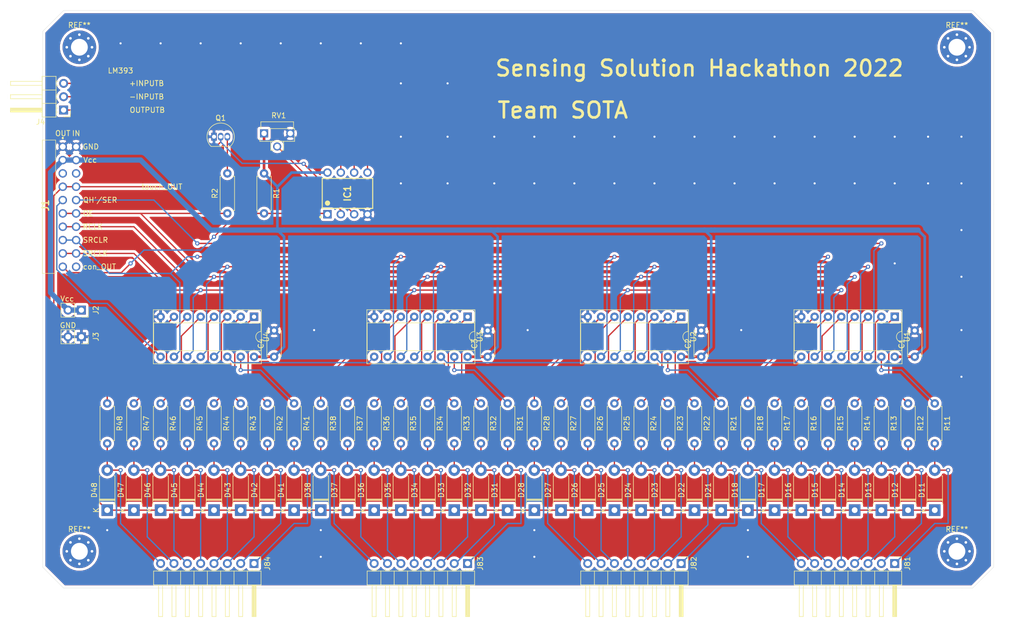
<source format=kicad_pcb>
(kicad_pcb (version 20171130) (host pcbnew "(5.1.9)-1")
  (layers (0 F.Cu signal) (31 B.Cu signal) (34 B.Paste user) (35 F.Paste user) (36 B.SilkS user) (37 F.SilkS user) (38 B.Mask user) (39 F.Mask user) (44 Edge.Cuts user))
  (net 0 "")
  (net 1 GND)
  (net 2 +3V3)
  (net 3 "Net-(D11-Pad2)")
  (net 4 "Net-(D11-Pad1)")
  (net 5 "Net-(D12-Pad2)")
  (net 6 "Net-(D13-Pad2)")
  (net 7 "Net-(D14-Pad2)")
  (net 8 "Net-(D15-Pad2)")
  (net 9 "Net-(D16-Pad2)")
  (net 10 "Net-(D17-Pad2)")
  (net 11 "Net-(D18-Pad2)")
  (net 12 "Net-(D21-Pad2)")
  (net 13 "Net-(D22-Pad2)")
  (net 14 "Net-(D23-Pad2)")
  (net 15 "Net-(D24-Pad2)")
  (net 16 "Net-(D25-Pad2)")
  (net 17 "Net-(D26-Pad2)")
  (net 18 "Net-(D27-Pad2)")
  (net 19 "Net-(D28-Pad2)")
  (net 20 "Net-(D31-Pad2)")
  (net 21 "Net-(D32-Pad2)")
  (net 22 "Net-(D33-Pad2)")
  (net 23 "Net-(D34-Pad2)")
  (net 24 "Net-(D35-Pad2)")
  (net 25 "Net-(D36-Pad2)")
  (net 26 "Net-(D37-Pad2)")
  (net 27 "Net-(D38-Pad2)")
  (net 28 "Net-(D41-Pad2)")
  (net 29 "Net-(D42-Pad2)")
  (net 30 "Net-(D43-Pad2)")
  (net 31 "Net-(D44-Pad2)")
  (net 32 "Net-(D45-Pad2)")
  (net 33 "Net-(D46-Pad2)")
  (net 34 "Net-(D47-Pad2)")
  (net 35 "Net-(D48-Pad2)")
  (net 36 "Net-(IC1-Pad7)")
  (net 37 "Net-(IC1-Pad6)")
  (net 38 "Net-(IC1-Pad5)")
  (net 39 "Net-(IC1-Pad2)")
  (net 40 "Net-(IC1-Pad1)")
  (net 41 "Net-(J1-Pad20)")
  (net 42 "Net-(J1-Pad17)")
  (net 43 "Net-(J1-Pad15)")
  (net 44 "Net-(J1-Pad13)")
  (net 45 "Net-(J1-Pad11)")
  (net 46 "Net-(J1-Pad10)")
  (net 47 "Net-(J1-Pad9)")
  (net 48 "Net-(J1-Pad6)")
  (net 49 "Net-(J1-Pad5)")
  (net 50 "Net-(Q1-Pad3)")
  (net 51 "Net-(R11-Pad1)")
  (net 52 "Net-(R12-Pad1)")
  (net 53 "Net-(R13-Pad1)")
  (net 54 "Net-(R14-Pad1)")
  (net 55 "Net-(R15-Pad1)")
  (net 56 "Net-(R16-Pad1)")
  (net 57 "Net-(R17-Pad1)")
  (net 58 "Net-(R18-Pad1)")
  (net 59 "Net-(R21-Pad1)")
  (net 60 "Net-(R22-Pad1)")
  (net 61 "Net-(R23-Pad1)")
  (net 62 "Net-(R24-Pad1)")
  (net 63 "Net-(R25-Pad1)")
  (net 64 "Net-(R26-Pad1)")
  (net 65 "Net-(R27-Pad1)")
  (net 66 "Net-(R28-Pad1)")
  (net 67 "Net-(R31-Pad1)")
  (net 68 "Net-(R32-Pad1)")
  (net 69 "Net-(R33-Pad1)")
  (net 70 "Net-(R34-Pad1)")
  (net 71 "Net-(R35-Pad1)")
  (net 72 "Net-(R36-Pad1)")
  (net 73 "Net-(R37-Pad1)")
  (net 74 "Net-(R38-Pad1)")
  (net 75 "Net-(R41-Pad1)")
  (net 76 "Net-(R42-Pad1)")
  (net 77 "Net-(R43-Pad1)")
  (net 78 "Net-(R44-Pad1)")
  (net 79 "Net-(R45-Pad1)")
  (net 80 "Net-(R46-Pad1)")
  (net 81 "Net-(R47-Pad1)")
  (net 82 "Net-(R48-Pad1)")
  (net 83 "Net-(U1-Pad9)")
  (net 84 "Net-(U2-Pad9)")
  (net 85 "Net-(U3-Pad9)")
  (module MountingHole:MountingHole_3.2mm_M3_Pad_Via (layer F.Cu) (at 109 49)
    (fp_text reference REF** (at 0 -4.2) (layer F.SilkS))
    (fp_text value MountingHole_3.2mm_M3_Pad_Via)
    (pad 1 thru_hole circle (at 1.697056 -1.697056) (size 0.8 0.8) (drill 0.5) (layers *.Cu *.Mask))
    (pad 1 thru_hole circle (at 0 -2.4) (size 0.8 0.8) (drill 0.5) (layers *.Cu *.Mask))
    (pad 1 thru_hole circle (at -1.697056 -1.697056) (size 0.8 0.8) (drill 0.5) (layers *.Cu *.Mask))
    (pad 1 thru_hole circle (at -2.4 0) (size 0.8 0.8) (drill 0.5) (layers *.Cu *.Mask))
    (pad 1 thru_hole circle (at -1.697056 1.697056) (size 0.8 0.8) (drill 0.5) (layers *.Cu *.Mask))
    (pad 1 thru_hole circle (at 0 2.4) (size 0.8 0.8) (drill 0.5) (layers *.Cu *.Mask))
    (pad 1 thru_hole circle (at 1.697056 1.697056) (size 0.8 0.8) (drill 0.5) (layers *.Cu *.Mask))
    (pad 1 thru_hole circle (at 2.4 0) (size 0.8 0.8) (drill 0.5) (layers *.Cu *.Mask))
    (pad 1 thru_hole circle (at 0 0) (size 6.4 6.4) (drill 3.2) (layers *.Cu *.Mask))
  )
  (module MountingHole:MountingHole_3.2mm_M3_Pad_Via (layer F.Cu) (at 109 145)
    (fp_text reference REF** (at 0 -4.2) (layer F.SilkS))
    (fp_text value MountingHole_3.2mm_M3_Pad_Via)
    (pad 1 thru_hole circle (at 1.697056 -1.697056) (size 0.8 0.8) (drill 0.5) (layers *.Cu *.Mask))
    (pad 1 thru_hole circle (at 0 -2.4) (size 0.8 0.8) (drill 0.5) (layers *.Cu *.Mask))
    (pad 1 thru_hole circle (at -1.697056 -1.697056) (size 0.8 0.8) (drill 0.5) (layers *.Cu *.Mask))
    (pad 1 thru_hole circle (at -2.4 0) (size 0.8 0.8) (drill 0.5) (layers *.Cu *.Mask))
    (pad 1 thru_hole circle (at -1.697056 1.697056) (size 0.8 0.8) (drill 0.5) (layers *.Cu *.Mask))
    (pad 1 thru_hole circle (at 0 2.4) (size 0.8 0.8) (drill 0.5) (layers *.Cu *.Mask))
    (pad 1 thru_hole circle (at 1.697056 1.697056) (size 0.8 0.8) (drill 0.5) (layers *.Cu *.Mask))
    (pad 1 thru_hole circle (at 2.4 0) (size 0.8 0.8) (drill 0.5) (layers *.Cu *.Mask))
    (pad 1 thru_hole circle (at 0 0) (size 6.4 6.4) (drill 3.2) (layers *.Cu *.Mask))
  )
  (module MountingHole:MountingHole_3.2mm_M3_Pad_Via (layer F.Cu) (at 276 49)
    (fp_text reference REF** (at 0 -4.2) (layer F.SilkS))
    (fp_text value MountingHole_3.2mm_M3_Pad_Via)
    (pad 1 thru_hole circle (at 1.697056 -1.697056) (size 0.8 0.8) (drill 0.5) (layers *.Cu *.Mask))
    (pad 1 thru_hole circle (at 0 -2.4) (size 0.8 0.8) (drill 0.5) (layers *.Cu *.Mask))
    (pad 1 thru_hole circle (at -1.697056 -1.697056) (size 0.8 0.8) (drill 0.5) (layers *.Cu *.Mask))
    (pad 1 thru_hole circle (at -2.4 0) (size 0.8 0.8) (drill 0.5) (layers *.Cu *.Mask))
    (pad 1 thru_hole circle (at -1.697056 1.697056) (size 0.8 0.8) (drill 0.5) (layers *.Cu *.Mask))
    (pad 1 thru_hole circle (at 0 2.4) (size 0.8 0.8) (drill 0.5) (layers *.Cu *.Mask))
    (pad 1 thru_hole circle (at 1.697056 1.697056) (size 0.8 0.8) (drill 0.5) (layers *.Cu *.Mask))
    (pad 1 thru_hole circle (at 2.4 0) (size 0.8 0.8) (drill 0.5) (layers *.Cu *.Mask))
    (pad 1 thru_hole circle (at 0 0) (size 6.4 6.4) (drill 3.2) (layers *.Cu *.Mask))
  )
  (module MountingHole:MountingHole_3.2mm_M3_Pad_Via (layer F.Cu) (at 276 145)
    (fp_text reference REF** (at 0 -4.2) (layer F.SilkS))
    (fp_text value MountingHole_3.2mm_M3_Pad_Via)
    (pad 1 thru_hole circle (at 1.697056 -1.697056) (size 0.8 0.8) (drill 0.5) (layers *.Cu *.Mask))
    (pad 1 thru_hole circle (at 0 -2.4) (size 0.8 0.8) (drill 0.5) (layers *.Cu *.Mask))
    (pad 1 thru_hole circle (at -1.697056 -1.697056) (size 0.8 0.8) (drill 0.5) (layers *.Cu *.Mask))
    (pad 1 thru_hole circle (at -2.4 0) (size 0.8 0.8) (drill 0.5) (layers *.Cu *.Mask))
    (pad 1 thru_hole circle (at -1.697056 1.697056) (size 0.8 0.8) (drill 0.5) (layers *.Cu *.Mask))
    (pad 1 thru_hole circle (at 0 2.4) (size 0.8 0.8) (drill 0.5) (layers *.Cu *.Mask))
    (pad 1 thru_hole circle (at 1.697056 1.697056) (size 0.8 0.8) (drill 0.5) (layers *.Cu *.Mask))
    (pad 1 thru_hole circle (at 2.4 0) (size 0.8 0.8) (drill 0.5) (layers *.Cu *.Mask))
    (pad 1 thru_hole circle (at 0 0) (size 6.4 6.4) (drill 3.2) (layers *.Cu *.Mask))
  )
  (module Connector_PinHeader_2.54mm:PinHeader_1x08_P2.54mm_Horizontal (layer F.Cu) (at 264.16 147.32 270)
    (fp_text reference J81 (at 0 -2.413 90) (layer F.SilkS))
    (fp_text value Conn_01x08_Female)
    (pad 8 thru_hole oval (at 0 17.78 270) (size 1.7 1.7) (drill 1) (layers *.Cu *.Mask) (net 11 "Net-(D18-Pad2)"))
    (pad 7 thru_hole oval (at 0 15.24 270) (size 1.7 1.7) (drill 1) (layers *.Cu *.Mask) (net 10 "Net-(D17-Pad2)"))
    (pad 6 thru_hole oval (at 0 12.7 270) (size 1.7 1.7) (drill 1) (layers *.Cu *.Mask) (net 9 "Net-(D16-Pad2)"))
    (pad 5 thru_hole oval (at 0 10.16 270) (size 1.7 1.7) (drill 1) (layers *.Cu *.Mask) (net 8 "Net-(D15-Pad2)"))
    (pad 4 thru_hole oval (at 0 7.62 270) (size 1.7 1.7) (drill 1) (layers *.Cu *.Mask) (net 7 "Net-(D14-Pad2)"))
    (pad 3 thru_hole oval (at 0 5.08 270) (size 1.7 1.7) (drill 1) (layers *.Cu *.Mask) (net 6 "Net-(D13-Pad2)"))
    (pad 2 thru_hole oval (at 0 2.54 270) (size 1.7 1.7) (drill 1) (layers *.Cu *.Mask) (net 5 "Net-(D12-Pad2)"))
    (pad 1 thru_hole rect (at 0 0 270) (size 1.7 1.7) (drill 1) (layers *.Cu *.Mask) (net 3 "Net-(D11-Pad2)"))
  )
  (module Package_DIP:DIP-16_W7.62mm_Socket (layer F.Cu) (at 142.24 100.33 270)
    (fp_text reference U4 (at 3.81 -2.33 90) (layer F.SilkS))
    (fp_text value 74HC595)
    (pad 1 thru_hole rect (at 0 0 270) (size 1.6 1.6) (drill 0.8) (layers *.Cu *.Mask) (net 76 "Net-(R42-Pad1)"))
    (pad 9 thru_hole oval (at 7.62 17.78 270) (size 1.6 1.6) (drill 0.8) (layers *.Cu *.Mask) (net 47 "Net-(J1-Pad9)"))
    (pad 2 thru_hole oval (at 0 2.54 270) (size 1.6 1.6) (drill 0.8) (layers *.Cu *.Mask) (net 77 "Net-(R43-Pad1)"))
    (pad 10 thru_hole oval (at 7.62 15.24 270) (size 1.6 1.6) (drill 0.8) (layers *.Cu *.Mask) (net 43 "Net-(J1-Pad15)"))
    (pad 3 thru_hole oval (at 0 5.08 270) (size 1.6 1.6) (drill 0.8) (layers *.Cu *.Mask) (net 78 "Net-(R44-Pad1)"))
    (pad 11 thru_hole oval (at 7.62 12.7 270) (size 1.6 1.6) (drill 0.8) (layers *.Cu *.Mask) (net 42 "Net-(J1-Pad17)"))
    (pad 4 thru_hole oval (at 0 7.62 270) (size 1.6 1.6) (drill 0.8) (layers *.Cu *.Mask) (net 79 "Net-(R45-Pad1)"))
    (pad 12 thru_hole oval (at 7.62 10.16 270) (size 1.6 1.6) (drill 0.8) (layers *.Cu *.Mask) (net 44 "Net-(J1-Pad13)"))
    (pad 5 thru_hole oval (at 0 10.16 270) (size 1.6 1.6) (drill 0.8) (layers *.Cu *.Mask) (net 80 "Net-(R46-Pad1)"))
    (pad 13 thru_hole oval (at 7.62 7.62 270) (size 1.6 1.6) (drill 0.8) (layers *.Cu *.Mask) (net 45 "Net-(J1-Pad11)"))
    (pad 6 thru_hole oval (at 0 12.7 270) (size 1.6 1.6) (drill 0.8) (layers *.Cu *.Mask) (net 81 "Net-(R47-Pad1)"))
    (pad 14 thru_hole oval (at 7.62 5.08 270) (size 1.6 1.6) (drill 0.8) (layers *.Cu *.Mask) (net 85 "Net-(U3-Pad9)"))
    (pad 7 thru_hole oval (at 0 15.24 270) (size 1.6 1.6) (drill 0.8) (layers *.Cu *.Mask) (net 82 "Net-(R48-Pad1)"))
    (pad 15 thru_hole oval (at 7.62 2.54 270) (size 1.6 1.6) (drill 0.8) (layers *.Cu *.Mask) (net 75 "Net-(R41-Pad1)"))
    (pad 8 thru_hole oval (at 0 17.78 270) (size 1.6 1.6) (drill 0.8) (layers *.Cu *.Mask) (net 1 GND))
    (pad 16 thru_hole oval (at 7.62 0 270) (size 1.6 1.6) (drill 0.8) (layers *.Cu *.Mask) (net 2 +3V3))
  )
  (module Package_DIP:DIP-16_W7.62mm_Socket (layer F.Cu) (at 182.88 100.33 270)
    (fp_text reference U3 (at 3.81 -2.33 90) (layer F.SilkS))
    (fp_text value 74HC595)
    (pad 16 thru_hole oval (at 7.62 0 270) (size 1.6 1.6) (drill 0.8) (layers *.Cu *.Mask) (net 2 +3V3))
    (pad 8 thru_hole oval (at 0 17.78 270) (size 1.6 1.6) (drill 0.8) (layers *.Cu *.Mask) (net 1 GND))
    (pad 15 thru_hole oval (at 7.62 2.54 270) (size 1.6 1.6) (drill 0.8) (layers *.Cu *.Mask) (net 67 "Net-(R31-Pad1)"))
    (pad 7 thru_hole oval (at 0 15.24 270) (size 1.6 1.6) (drill 0.8) (layers *.Cu *.Mask) (net 74 "Net-(R38-Pad1)"))
    (pad 14 thru_hole oval (at 7.62 5.08 270) (size 1.6 1.6) (drill 0.8) (layers *.Cu *.Mask) (net 84 "Net-(U2-Pad9)"))
    (pad 6 thru_hole oval (at 0 12.7 270) (size 1.6 1.6) (drill 0.8) (layers *.Cu *.Mask) (net 73 "Net-(R37-Pad1)"))
    (pad 13 thru_hole oval (at 7.62 7.62 270) (size 1.6 1.6) (drill 0.8) (layers *.Cu *.Mask) (net 45 "Net-(J1-Pad11)"))
    (pad 5 thru_hole oval (at 0 10.16 270) (size 1.6 1.6) (drill 0.8) (layers *.Cu *.Mask) (net 72 "Net-(R36-Pad1)"))
    (pad 12 thru_hole oval (at 7.62 10.16 270) (size 1.6 1.6) (drill 0.8) (layers *.Cu *.Mask) (net 44 "Net-(J1-Pad13)"))
    (pad 4 thru_hole oval (at 0 7.62 270) (size 1.6 1.6) (drill 0.8) (layers *.Cu *.Mask) (net 71 "Net-(R35-Pad1)"))
    (pad 11 thru_hole oval (at 7.62 12.7 270) (size 1.6 1.6) (drill 0.8) (layers *.Cu *.Mask) (net 42 "Net-(J1-Pad17)"))
    (pad 3 thru_hole oval (at 0 5.08 270) (size 1.6 1.6) (drill 0.8) (layers *.Cu *.Mask) (net 70 "Net-(R34-Pad1)"))
    (pad 10 thru_hole oval (at 7.62 15.24 270) (size 1.6 1.6) (drill 0.8) (layers *.Cu *.Mask) (net 43 "Net-(J1-Pad15)"))
    (pad 2 thru_hole oval (at 0 2.54 270) (size 1.6 1.6) (drill 0.8) (layers *.Cu *.Mask) (net 69 "Net-(R33-Pad1)"))
    (pad 9 thru_hole oval (at 7.62 17.78 270) (size 1.6 1.6) (drill 0.8) (layers *.Cu *.Mask) (net 85 "Net-(U3-Pad9)"))
    (pad 1 thru_hole rect (at 0 0 270) (size 1.6 1.6) (drill 0.8) (layers *.Cu *.Mask) (net 68 "Net-(R32-Pad1)"))
  )
  (module Package_DIP:DIP-16_W7.62mm_Socket (layer F.Cu) (at 223.52 100.33 270)
    (fp_text reference U2 (at 3.81 -2.33 90) (layer F.SilkS))
    (fp_text value 74HC595)
    (pad 16 thru_hole oval (at 7.62 0 270) (size 1.6 1.6) (drill 0.8) (layers *.Cu *.Mask) (net 2 +3V3))
    (pad 8 thru_hole oval (at 0 17.78 270) (size 1.6 1.6) (drill 0.8) (layers *.Cu *.Mask) (net 1 GND))
    (pad 15 thru_hole oval (at 7.62 2.54 270) (size 1.6 1.6) (drill 0.8) (layers *.Cu *.Mask) (net 59 "Net-(R21-Pad1)"))
    (pad 7 thru_hole oval (at 0 15.24 270) (size 1.6 1.6) (drill 0.8) (layers *.Cu *.Mask) (net 66 "Net-(R28-Pad1)"))
    (pad 14 thru_hole oval (at 7.62 5.08 270) (size 1.6 1.6) (drill 0.8) (layers *.Cu *.Mask) (net 83 "Net-(U1-Pad9)"))
    (pad 6 thru_hole oval (at 0 12.7 270) (size 1.6 1.6) (drill 0.8) (layers *.Cu *.Mask) (net 65 "Net-(R27-Pad1)"))
    (pad 13 thru_hole oval (at 7.62 7.62 270) (size 1.6 1.6) (drill 0.8) (layers *.Cu *.Mask) (net 45 "Net-(J1-Pad11)"))
    (pad 5 thru_hole oval (at 0 10.16 270) (size 1.6 1.6) (drill 0.8) (layers *.Cu *.Mask) (net 64 "Net-(R26-Pad1)"))
    (pad 12 thru_hole oval (at 7.62 10.16 270) (size 1.6 1.6) (drill 0.8) (layers *.Cu *.Mask) (net 44 "Net-(J1-Pad13)"))
    (pad 4 thru_hole oval (at 0 7.62 270) (size 1.6 1.6) (drill 0.8) (layers *.Cu *.Mask) (net 63 "Net-(R25-Pad1)"))
    (pad 11 thru_hole oval (at 7.62 12.7 270) (size 1.6 1.6) (drill 0.8) (layers *.Cu *.Mask) (net 42 "Net-(J1-Pad17)"))
    (pad 3 thru_hole oval (at 0 5.08 270) (size 1.6 1.6) (drill 0.8) (layers *.Cu *.Mask) (net 62 "Net-(R24-Pad1)"))
    (pad 10 thru_hole oval (at 7.62 15.24 270) (size 1.6 1.6) (drill 0.8) (layers *.Cu *.Mask) (net 43 "Net-(J1-Pad15)"))
    (pad 2 thru_hole oval (at 0 2.54 270) (size 1.6 1.6) (drill 0.8) (layers *.Cu *.Mask) (net 61 "Net-(R23-Pad1)"))
    (pad 9 thru_hole oval (at 7.62 17.78 270) (size 1.6 1.6) (drill 0.8) (layers *.Cu *.Mask) (net 84 "Net-(U2-Pad9)"))
    (pad 1 thru_hole rect (at 0 0 270) (size 1.6 1.6) (drill 0.8) (layers *.Cu *.Mask) (net 60 "Net-(R22-Pad1)"))
  )
  (module Package_DIP:DIP-16_W7.62mm_Socket (layer F.Cu) (at 264.16 100.33 270)
    (fp_text reference U1 (at 3.81 -2.33 90) (layer F.SilkS))
    (fp_text value 74HC595)
    (pad 16 thru_hole oval (at 7.62 0 270) (size 1.6 1.6) (drill 0.8) (layers *.Cu *.Mask) (net 2 +3V3))
    (pad 8 thru_hole oval (at 0 17.78 270) (size 1.6 1.6) (drill 0.8) (layers *.Cu *.Mask) (net 1 GND))
    (pad 15 thru_hole oval (at 7.62 2.54 270) (size 1.6 1.6) (drill 0.8) (layers *.Cu *.Mask) (net 51 "Net-(R11-Pad1)"))
    (pad 7 thru_hole oval (at 0 15.24 270) (size 1.6 1.6) (drill 0.8) (layers *.Cu *.Mask) (net 58 "Net-(R18-Pad1)"))
    (pad 14 thru_hole oval (at 7.62 5.08 270) (size 1.6 1.6) (drill 0.8) (layers *.Cu *.Mask) (net 46 "Net-(J1-Pad10)"))
    (pad 6 thru_hole oval (at 0 12.7 270) (size 1.6 1.6) (drill 0.8) (layers *.Cu *.Mask) (net 57 "Net-(R17-Pad1)"))
    (pad 13 thru_hole oval (at 7.62 7.62 270) (size 1.6 1.6) (drill 0.8) (layers *.Cu *.Mask) (net 45 "Net-(J1-Pad11)"))
    (pad 5 thru_hole oval (at 0 10.16 270) (size 1.6 1.6) (drill 0.8) (layers *.Cu *.Mask) (net 56 "Net-(R16-Pad1)"))
    (pad 12 thru_hole oval (at 7.62 10.16 270) (size 1.6 1.6) (drill 0.8) (layers *.Cu *.Mask) (net 44 "Net-(J1-Pad13)"))
    (pad 4 thru_hole oval (at 0 7.62 270) (size 1.6 1.6) (drill 0.8) (layers *.Cu *.Mask) (net 55 "Net-(R15-Pad1)"))
    (pad 11 thru_hole oval (at 7.62 12.7 270) (size 1.6 1.6) (drill 0.8) (layers *.Cu *.Mask) (net 42 "Net-(J1-Pad17)"))
    (pad 3 thru_hole oval (at 0 5.08 270) (size 1.6 1.6) (drill 0.8) (layers *.Cu *.Mask) (net 54 "Net-(R14-Pad1)"))
    (pad 10 thru_hole oval (at 7.62 15.24 270) (size 1.6 1.6) (drill 0.8) (layers *.Cu *.Mask) (net 43 "Net-(J1-Pad15)"))
    (pad 2 thru_hole oval (at 0 2.54 270) (size 1.6 1.6) (drill 0.8) (layers *.Cu *.Mask) (net 53 "Net-(R13-Pad1)"))
    (pad 9 thru_hole oval (at 7.62 17.78 270) (size 1.6 1.6) (drill 0.8) (layers *.Cu *.Mask) (net 83 "Net-(U1-Pad9)"))
    (pad 1 thru_hole rect (at 0 0 270) (size 1.6 1.6) (drill 0.8) (layers *.Cu *.Mask) (net 52 "Net-(R12-Pad1)"))
  )
  (module Potentiometer_THT:Potentiometer_Runtron_RM-063_Horizontal (layer F.Cu) (at 144.145 65.405)
    (fp_text reference RV1 (at 2.8 -3.4) (layer F.SilkS))
    (fp_text value R_POT)
    (pad 3 thru_hole circle (at 5 0) (size 1.55 1.55) (drill 1) (layers *.Cu *.Mask) (net 1 GND))
    (pad 1 thru_hole rect (at 0 0) (size 1.55 1.55) (drill 1) (layers *.Cu *.Mask) (net 2 +3V3))
    (pad 2 thru_hole circle (at 2.5 2.5) (size 1.55 1.55) (drill 1) (layers *.Cu *.Mask) (net 39 "Net-(IC1-Pad2)"))
  )
  (module Resistor_THT:R_Axial_DIN0207_L6.3mm_D2.5mm_P7.62mm_Horizontal (layer F.Cu) (at 114.3 116.84 270)
    (fp_text reference R48 (at 3.81 -2.37 90) (layer F.SilkS))
    (fp_text value R)
    (pad 2 thru_hole oval (at 7.62 0 270) (size 1.6 1.6) (drill 0.8) (layers *.Cu *.Mask) (net 35 "Net-(D48-Pad2)"))
    (pad 1 thru_hole circle (at 0 0 270) (size 1.6 1.6) (drill 0.8) (layers *.Cu *.Mask) (net 82 "Net-(R48-Pad1)"))
  )
  (module Resistor_THT:R_Axial_DIN0207_L6.3mm_D2.5mm_P7.62mm_Horizontal (layer F.Cu) (at 119.38 116.84 270)
    (fp_text reference R47 (at 3.81 -2.37 90) (layer F.SilkS))
    (fp_text value R)
    (pad 2 thru_hole oval (at 7.62 0 270) (size 1.6 1.6) (drill 0.8) (layers *.Cu *.Mask) (net 34 "Net-(D47-Pad2)"))
    (pad 1 thru_hole circle (at 0 0 270) (size 1.6 1.6) (drill 0.8) (layers *.Cu *.Mask) (net 81 "Net-(R47-Pad1)"))
  )
  (module Resistor_THT:R_Axial_DIN0207_L6.3mm_D2.5mm_P7.62mm_Horizontal (layer F.Cu) (at 124.46 116.84 270)
    (fp_text reference R46 (at 3.81 -2.37 90) (layer F.SilkS))
    (fp_text value R)
    (pad 2 thru_hole oval (at 7.62 0 270) (size 1.6 1.6) (drill 0.8) (layers *.Cu *.Mask) (net 33 "Net-(D46-Pad2)"))
    (pad 1 thru_hole circle (at 0 0 270) (size 1.6 1.6) (drill 0.8) (layers *.Cu *.Mask) (net 80 "Net-(R46-Pad1)"))
  )
  (module Resistor_THT:R_Axial_DIN0207_L6.3mm_D2.5mm_P7.62mm_Horizontal (layer F.Cu) (at 129.54 116.84 270)
    (fp_text reference R45 (at 3.81 -2.37 90) (layer F.SilkS))
    (fp_text value R)
    (pad 2 thru_hole oval (at 7.62 0 270) (size 1.6 1.6) (drill 0.8) (layers *.Cu *.Mask) (net 32 "Net-(D45-Pad2)"))
    (pad 1 thru_hole circle (at 0 0 270) (size 1.6 1.6) (drill 0.8) (layers *.Cu *.Mask) (net 79 "Net-(R45-Pad1)"))
  )
  (module Resistor_THT:R_Axial_DIN0207_L6.3mm_D2.5mm_P7.62mm_Horizontal (layer F.Cu) (at 134.62 116.84 270)
    (fp_text reference R44 (at 3.81 -2.37 90) (layer F.SilkS))
    (fp_text value R)
    (pad 2 thru_hole oval (at 7.62 0 270) (size 1.6 1.6) (drill 0.8) (layers *.Cu *.Mask) (net 31 "Net-(D44-Pad2)"))
    (pad 1 thru_hole circle (at 0 0 270) (size 1.6 1.6) (drill 0.8) (layers *.Cu *.Mask) (net 78 "Net-(R44-Pad1)"))
  )
  (module Resistor_THT:R_Axial_DIN0207_L6.3mm_D2.5mm_P7.62mm_Horizontal (layer F.Cu) (at 139.7 116.84 270)
    (fp_text reference R43 (at 3.81 -2.37 90) (layer F.SilkS))
    (fp_text value R)
    (pad 2 thru_hole oval (at 7.62 0 270) (size 1.6 1.6) (drill 0.8) (layers *.Cu *.Mask) (net 30 "Net-(D43-Pad2)"))
    (pad 1 thru_hole circle (at 0 0 270) (size 1.6 1.6) (drill 0.8) (layers *.Cu *.Mask) (net 77 "Net-(R43-Pad1)"))
  )
  (module Resistor_THT:R_Axial_DIN0207_L6.3mm_D2.5mm_P7.62mm_Horizontal (layer F.Cu) (at 144.78 116.84 270)
    (fp_text reference R42 (at 3.81 -2.37 90) (layer F.SilkS))
    (fp_text value R)
    (pad 2 thru_hole oval (at 7.62 0 270) (size 1.6 1.6) (drill 0.8) (layers *.Cu *.Mask) (net 29 "Net-(D42-Pad2)"))
    (pad 1 thru_hole circle (at 0 0 270) (size 1.6 1.6) (drill 0.8) (layers *.Cu *.Mask) (net 76 "Net-(R42-Pad1)"))
  )
  (module Resistor_THT:R_Axial_DIN0207_L6.3mm_D2.5mm_P7.62mm_Horizontal (layer F.Cu) (at 149.86 116.84 270)
    (fp_text reference R41 (at 3.81 -2.37 90) (layer F.SilkS))
    (fp_text value R)
    (pad 2 thru_hole oval (at 7.62 0 270) (size 1.6 1.6) (drill 0.8) (layers *.Cu *.Mask) (net 28 "Net-(D41-Pad2)"))
    (pad 1 thru_hole circle (at 0 0 270) (size 1.6 1.6) (drill 0.8) (layers *.Cu *.Mask) (net 75 "Net-(R41-Pad1)"))
  )
  (module Resistor_THT:R_Axial_DIN0207_L6.3mm_D2.5mm_P7.62mm_Horizontal (layer F.Cu) (at 154.94 116.84 270)
    (fp_text reference R38 (at 3.81 -2.37 90) (layer F.SilkS))
    (fp_text value R)
    (pad 2 thru_hole oval (at 7.62 0 270) (size 1.6 1.6) (drill 0.8) (layers *.Cu *.Mask) (net 27 "Net-(D38-Pad2)"))
    (pad 1 thru_hole circle (at 0 0 270) (size 1.6 1.6) (drill 0.8) (layers *.Cu *.Mask) (net 74 "Net-(R38-Pad1)"))
  )
  (module Resistor_THT:R_Axial_DIN0207_L6.3mm_D2.5mm_P7.62mm_Horizontal (layer F.Cu) (at 160.02 116.84 270)
    (fp_text reference R37 (at 3.81 -2.37 90) (layer F.SilkS))
    (fp_text value R)
    (pad 2 thru_hole oval (at 7.62 0 270) (size 1.6 1.6) (drill 0.8) (layers *.Cu *.Mask) (net 26 "Net-(D37-Pad2)"))
    (pad 1 thru_hole circle (at 0 0 270) (size 1.6 1.6) (drill 0.8) (layers *.Cu *.Mask) (net 73 "Net-(R37-Pad1)"))
  )
  (module Resistor_THT:R_Axial_DIN0207_L6.3mm_D2.5mm_P7.62mm_Horizontal (layer F.Cu) (at 165.1 116.84 270)
    (fp_text reference R36 (at 3.81 -2.37 90) (layer F.SilkS))
    (fp_text value R)
    (pad 2 thru_hole oval (at 7.62 0 270) (size 1.6 1.6) (drill 0.8) (layers *.Cu *.Mask) (net 25 "Net-(D36-Pad2)"))
    (pad 1 thru_hole circle (at 0 0 270) (size 1.6 1.6) (drill 0.8) (layers *.Cu *.Mask) (net 72 "Net-(R36-Pad1)"))
  )
  (module Resistor_THT:R_Axial_DIN0207_L6.3mm_D2.5mm_P7.62mm_Horizontal (layer F.Cu) (at 170.18 116.84 270)
    (fp_text reference R35 (at 3.81 -2.37 90) (layer F.SilkS))
    (fp_text value R)
    (pad 2 thru_hole oval (at 7.62 0 270) (size 1.6 1.6) (drill 0.8) (layers *.Cu *.Mask) (net 24 "Net-(D35-Pad2)"))
    (pad 1 thru_hole circle (at 0 0 270) (size 1.6 1.6) (drill 0.8) (layers *.Cu *.Mask) (net 71 "Net-(R35-Pad1)"))
  )
  (module Resistor_THT:R_Axial_DIN0207_L6.3mm_D2.5mm_P7.62mm_Horizontal (layer F.Cu) (at 175.26 116.84 270)
    (fp_text reference R34 (at 3.81 -2.37 90) (layer F.SilkS))
    (fp_text value R)
    (pad 2 thru_hole oval (at 7.62 0 270) (size 1.6 1.6) (drill 0.8) (layers *.Cu *.Mask) (net 23 "Net-(D34-Pad2)"))
    (pad 1 thru_hole circle (at 0 0 270) (size 1.6 1.6) (drill 0.8) (layers *.Cu *.Mask) (net 70 "Net-(R34-Pad1)"))
  )
  (module Resistor_THT:R_Axial_DIN0207_L6.3mm_D2.5mm_P7.62mm_Horizontal (layer F.Cu) (at 180.34 116.84 270)
    (fp_text reference R33 (at 3.81 -2.37 90) (layer F.SilkS))
    (fp_text value R)
    (pad 2 thru_hole oval (at 7.62 0 270) (size 1.6 1.6) (drill 0.8) (layers *.Cu *.Mask) (net 22 "Net-(D33-Pad2)"))
    (pad 1 thru_hole circle (at 0 0 270) (size 1.6 1.6) (drill 0.8) (layers *.Cu *.Mask) (net 69 "Net-(R33-Pad1)"))
  )
  (module Resistor_THT:R_Axial_DIN0207_L6.3mm_D2.5mm_P7.62mm_Horizontal (layer F.Cu) (at 185.42 116.84 270)
    (fp_text reference R32 (at 3.81 -2.37 90) (layer F.SilkS))
    (fp_text value R)
    (pad 2 thru_hole oval (at 7.62 0 270) (size 1.6 1.6) (drill 0.8) (layers *.Cu *.Mask) (net 21 "Net-(D32-Pad2)"))
    (pad 1 thru_hole circle (at 0 0 270) (size 1.6 1.6) (drill 0.8) (layers *.Cu *.Mask) (net 68 "Net-(R32-Pad1)"))
  )
  (module Resistor_THT:R_Axial_DIN0207_L6.3mm_D2.5mm_P7.62mm_Horizontal (layer F.Cu) (at 190.5 116.84 270)
    (fp_text reference R31 (at 3.81 -2.37 90) (layer F.SilkS))
    (fp_text value R)
    (pad 2 thru_hole oval (at 7.62 0 270) (size 1.6 1.6) (drill 0.8) (layers *.Cu *.Mask) (net 20 "Net-(D31-Pad2)"))
    (pad 1 thru_hole circle (at 0 0 270) (size 1.6 1.6) (drill 0.8) (layers *.Cu *.Mask) (net 67 "Net-(R31-Pad1)"))
  )
  (module Resistor_THT:R_Axial_DIN0207_L6.3mm_D2.5mm_P7.62mm_Horizontal (layer F.Cu) (at 195.58 116.84 270)
    (fp_text reference R28 (at 3.81 -2.37 90) (layer F.SilkS))
    (fp_text value R)
    (pad 2 thru_hole oval (at 7.62 0 270) (size 1.6 1.6) (drill 0.8) (layers *.Cu *.Mask) (net 19 "Net-(D28-Pad2)"))
    (pad 1 thru_hole circle (at 0 0 270) (size 1.6 1.6) (drill 0.8) (layers *.Cu *.Mask) (net 66 "Net-(R28-Pad1)"))
  )
  (module Resistor_THT:R_Axial_DIN0207_L6.3mm_D2.5mm_P7.62mm_Horizontal (layer F.Cu) (at 200.66 116.84 270)
    (fp_text reference R27 (at 3.81 -2.37 90) (layer F.SilkS))
    (fp_text value R)
    (pad 2 thru_hole oval (at 7.62 0 270) (size 1.6 1.6) (drill 0.8) (layers *.Cu *.Mask) (net 18 "Net-(D27-Pad2)"))
    (pad 1 thru_hole circle (at 0 0 270) (size 1.6 1.6) (drill 0.8) (layers *.Cu *.Mask) (net 65 "Net-(R27-Pad1)"))
  )
  (module Resistor_THT:R_Axial_DIN0207_L6.3mm_D2.5mm_P7.62mm_Horizontal (layer F.Cu) (at 205.74 116.84 270)
    (fp_text reference R26 (at 3.81 -2.37 90) (layer F.SilkS))
    (fp_text value R)
    (pad 2 thru_hole oval (at 7.62 0 270) (size 1.6 1.6) (drill 0.8) (layers *.Cu *.Mask) (net 17 "Net-(D26-Pad2)"))
    (pad 1 thru_hole circle (at 0 0 270) (size 1.6 1.6) (drill 0.8) (layers *.Cu *.Mask) (net 64 "Net-(R26-Pad1)"))
  )
  (module Resistor_THT:R_Axial_DIN0207_L6.3mm_D2.5mm_P7.62mm_Horizontal (layer F.Cu) (at 210.82 116.84 270)
    (fp_text reference R25 (at 3.81 -2.37 90) (layer F.SilkS))
    (fp_text value R)
    (pad 2 thru_hole oval (at 7.62 0 270) (size 1.6 1.6) (drill 0.8) (layers *.Cu *.Mask) (net 16 "Net-(D25-Pad2)"))
    (pad 1 thru_hole circle (at 0 0 270) (size 1.6 1.6) (drill 0.8) (layers *.Cu *.Mask) (net 63 "Net-(R25-Pad1)"))
  )
  (module Resistor_THT:R_Axial_DIN0207_L6.3mm_D2.5mm_P7.62mm_Horizontal (layer F.Cu) (at 215.9 116.84 270)
    (fp_text reference R24 (at 3.81 -2.37 90) (layer F.SilkS))
    (fp_text value R)
    (pad 2 thru_hole oval (at 7.62 0 270) (size 1.6 1.6) (drill 0.8) (layers *.Cu *.Mask) (net 15 "Net-(D24-Pad2)"))
    (pad 1 thru_hole circle (at 0 0 270) (size 1.6 1.6) (drill 0.8) (layers *.Cu *.Mask) (net 62 "Net-(R24-Pad1)"))
  )
  (module Resistor_THT:R_Axial_DIN0207_L6.3mm_D2.5mm_P7.62mm_Horizontal (layer F.Cu) (at 220.98 116.84 270)
    (fp_text reference R23 (at 3.81 -2.37 90) (layer F.SilkS))
    (fp_text value R)
    (pad 2 thru_hole oval (at 7.62 0 270) (size 1.6 1.6) (drill 0.8) (layers *.Cu *.Mask) (net 14 "Net-(D23-Pad2)"))
    (pad 1 thru_hole circle (at 0 0 270) (size 1.6 1.6) (drill 0.8) (layers *.Cu *.Mask) (net 61 "Net-(R23-Pad1)"))
  )
  (module Resistor_THT:R_Axial_DIN0207_L6.3mm_D2.5mm_P7.62mm_Horizontal (layer F.Cu) (at 226.06 116.84 270)
    (fp_text reference R22 (at 3.81 -2.37 90) (layer F.SilkS))
    (fp_text value R)
    (pad 2 thru_hole oval (at 7.62 0 270) (size 1.6 1.6) (drill 0.8) (layers *.Cu *.Mask) (net 13 "Net-(D22-Pad2)"))
    (pad 1 thru_hole circle (at 0 0 270) (size 1.6 1.6) (drill 0.8) (layers *.Cu *.Mask) (net 60 "Net-(R22-Pad1)"))
  )
  (module Resistor_THT:R_Axial_DIN0207_L6.3mm_D2.5mm_P7.62mm_Horizontal (layer F.Cu) (at 231.14 116.84 270)
    (fp_text reference R21 (at 3.81 -2.37 90) (layer F.SilkS))
    (fp_text value R)
    (pad 2 thru_hole oval (at 7.62 0 270) (size 1.6 1.6) (drill 0.8) (layers *.Cu *.Mask) (net 12 "Net-(D21-Pad2)"))
    (pad 1 thru_hole circle (at 0 0 270) (size 1.6 1.6) (drill 0.8) (layers *.Cu *.Mask) (net 59 "Net-(R21-Pad1)"))
  )
  (module Resistor_THT:R_Axial_DIN0207_L6.3mm_D2.5mm_P7.62mm_Horizontal (layer F.Cu) (at 236.22 116.84 270)
    (fp_text reference R18 (at 3.81 -2.37 90) (layer F.SilkS))
    (fp_text value R)
    (pad 2 thru_hole oval (at 7.62 0 270) (size 1.6 1.6) (drill 0.8) (layers *.Cu *.Mask) (net 11 "Net-(D18-Pad2)"))
    (pad 1 thru_hole circle (at 0 0 270) (size 1.6 1.6) (drill 0.8) (layers *.Cu *.Mask) (net 58 "Net-(R18-Pad1)"))
  )
  (module Resistor_THT:R_Axial_DIN0207_L6.3mm_D2.5mm_P7.62mm_Horizontal (layer F.Cu) (at 241.3 116.84 270)
    (fp_text reference R17 (at 3.81 -2.37 90) (layer F.SilkS))
    (fp_text value R)
    (pad 2 thru_hole oval (at 7.62 0 270) (size 1.6 1.6) (drill 0.8) (layers *.Cu *.Mask) (net 10 "Net-(D17-Pad2)"))
    (pad 1 thru_hole circle (at 0 0 270) (size 1.6 1.6) (drill 0.8) (layers *.Cu *.Mask) (net 57 "Net-(R17-Pad1)"))
  )
  (module Resistor_THT:R_Axial_DIN0207_L6.3mm_D2.5mm_P7.62mm_Horizontal (layer F.Cu) (at 246.38 116.84 270)
    (fp_text reference R16 (at 3.81 -2.37 90) (layer F.SilkS))
    (fp_text value R)
    (pad 2 thru_hole oval (at 7.62 0 270) (size 1.6 1.6) (drill 0.8) (layers *.Cu *.Mask) (net 9 "Net-(D16-Pad2)"))
    (pad 1 thru_hole circle (at 0 0 270) (size 1.6 1.6) (drill 0.8) (layers *.Cu *.Mask) (net 56 "Net-(R16-Pad1)"))
  )
  (module Resistor_THT:R_Axial_DIN0207_L6.3mm_D2.5mm_P7.62mm_Horizontal (layer F.Cu) (at 251.46 116.84 270)
    (fp_text reference R15 (at 3.81 -2.37 90) (layer F.SilkS))
    (fp_text value R)
    (pad 2 thru_hole oval (at 7.62 0 270) (size 1.6 1.6) (drill 0.8) (layers *.Cu *.Mask) (net 8 "Net-(D15-Pad2)"))
    (pad 1 thru_hole circle (at 0 0 270) (size 1.6 1.6) (drill 0.8) (layers *.Cu *.Mask) (net 55 "Net-(R15-Pad1)"))
  )
  (module Resistor_THT:R_Axial_DIN0207_L6.3mm_D2.5mm_P7.62mm_Horizontal (layer F.Cu) (at 256.54 116.84 270)
    (fp_text reference R14 (at 3.81 -2.37 90) (layer F.SilkS))
    (fp_text value R)
    (pad 2 thru_hole oval (at 7.62 0 270) (size 1.6 1.6) (drill 0.8) (layers *.Cu *.Mask) (net 7 "Net-(D14-Pad2)"))
    (pad 1 thru_hole circle (at 0 0 270) (size 1.6 1.6) (drill 0.8) (layers *.Cu *.Mask) (net 54 "Net-(R14-Pad1)"))
  )
  (module Resistor_THT:R_Axial_DIN0207_L6.3mm_D2.5mm_P7.62mm_Horizontal (layer F.Cu) (at 261.62 116.84 270)
    (fp_text reference R13 (at 3.81 -2.37 90) (layer F.SilkS))
    (fp_text value R)
    (pad 2 thru_hole oval (at 7.62 0 270) (size 1.6 1.6) (drill 0.8) (layers *.Cu *.Mask) (net 6 "Net-(D13-Pad2)"))
    (pad 1 thru_hole circle (at 0 0 270) (size 1.6 1.6) (drill 0.8) (layers *.Cu *.Mask) (net 53 "Net-(R13-Pad1)"))
  )
  (module Resistor_THT:R_Axial_DIN0207_L6.3mm_D2.5mm_P7.62mm_Horizontal (layer F.Cu) (at 266.7 116.84 270)
    (fp_text reference R12 (at 3.81 -2.37 90) (layer F.SilkS))
    (fp_text value R)
    (pad 1 thru_hole circle (at 0 0 270) (size 1.6 1.6) (drill 0.8) (layers *.Cu *.Mask) (net 52 "Net-(R12-Pad1)"))
    (pad 2 thru_hole oval (at 7.62 0 270) (size 1.6 1.6) (drill 0.8) (layers *.Cu *.Mask) (net 5 "Net-(D12-Pad2)"))
  )
  (module Resistor_THT:R_Axial_DIN0207_L6.3mm_D2.5mm_P7.62mm_Horizontal (layer F.Cu) (at 271.78 116.84 270)
    (fp_text reference R11 (at 3.81 -2.37 90) (layer F.SilkS))
    (fp_text value R)
    (pad 2 thru_hole oval (at 7.62 0 270) (size 1.6 1.6) (drill 0.8) (layers *.Cu *.Mask) (net 3 "Net-(D11-Pad2)"))
    (pad 1 thru_hole circle (at 0 0 270) (size 1.6 1.6) (drill 0.8) (layers *.Cu *.Mask) (net 51 "Net-(R11-Pad1)"))
  )
  (module Resistor_THT:R_Axial_DIN0207_L6.3mm_D2.5mm_P7.62mm_Horizontal (layer F.Cu) (at 137.16 80.645 90)
    (fp_text reference R2 (at 3.81 -2.37 90) (layer F.SilkS))
    (fp_text value R)
    (pad 2 thru_hole oval (at 7.62 0 90) (size 1.6 1.6) (drill 0.8) (layers *.Cu *.Mask) (net 50 "Net-(Q1-Pad3)"))
    (pad 1 thru_hole circle (at 0 0 90) (size 1.6 1.6) (drill 0.8) (layers *.Cu *.Mask) (net 45 "Net-(J1-Pad11)"))
  )
  (module Resistor_THT:R_Axial_DIN0207_L6.3mm_D2.5mm_P7.62mm_Horizontal (layer F.Cu) (at 144.145 73.025 270)
    (fp_text reference R1 (at 3.81 -2.37 90) (layer F.SilkS))
    (fp_text value 3k)
    (pad 2 thru_hole oval (at 7.62 0 270) (size 1.6 1.6) (drill 0.8) (layers *.Cu *.Mask) (net 40 "Net-(IC1-Pad1)"))
    (pad 1 thru_hole circle (at 0 0 270) (size 1.6 1.6) (drill 0.8) (layers *.Cu *.Mask) (net 2 +3V3))
  )
  (module Package_TO_SOT_THT:TO-92_Inline (layer F.Cu) (at 134.62 66.04)
    (fp_text reference Q1 (at 1.27 -3.56) (layer F.SilkS))
    (fp_text value 2SC1815)
    (pad 1 thru_hole rect (at 0 0) (size 1.05 1.5) (drill 0.75) (layers *.Cu *.Mask) (net 1 GND))
    (pad 3 thru_hole oval (at 2.54 0) (size 1.05 1.5) (drill 0.75) (layers *.Cu *.Mask) (net 50 "Net-(Q1-Pad3)"))
    (pad 2 thru_hole oval (at 1.27 0) (size 1.05 1.5) (drill 0.75) (layers *.Cu *.Mask) (net 4 "Net-(D11-Pad1)"))
  )
  (module Connector_PinHeader_2.54mm:PinHeader_1x08_P2.54mm_Horizontal (layer F.Cu) (at 142.24 147.32 270)
    (fp_text reference J84 (at 0 -2.54 90) (layer F.SilkS))
    (fp_text value Conn_01x08_Female)
    (pad 8 thru_hole oval (at 0 17.78 270) (size 1.7 1.7) (drill 1) (layers *.Cu *.Mask) (net 35 "Net-(D48-Pad2)"))
    (pad 7 thru_hole oval (at 0 15.24 270) (size 1.7 1.7) (drill 1) (layers *.Cu *.Mask) (net 34 "Net-(D47-Pad2)"))
    (pad 6 thru_hole oval (at 0 12.7 270) (size 1.7 1.7) (drill 1) (layers *.Cu *.Mask) (net 33 "Net-(D46-Pad2)"))
    (pad 5 thru_hole oval (at 0 10.16 270) (size 1.7 1.7) (drill 1) (layers *.Cu *.Mask) (net 32 "Net-(D45-Pad2)"))
    (pad 4 thru_hole oval (at 0 7.62 270) (size 1.7 1.7) (drill 1) (layers *.Cu *.Mask) (net 31 "Net-(D44-Pad2)"))
    (pad 3 thru_hole oval (at 0 5.08 270) (size 1.7 1.7) (drill 1) (layers *.Cu *.Mask) (net 30 "Net-(D43-Pad2)"))
    (pad 2 thru_hole oval (at 0 2.54 270) (size 1.7 1.7) (drill 1) (layers *.Cu *.Mask) (net 29 "Net-(D42-Pad2)"))
    (pad 1 thru_hole rect (at 0 0 270) (size 1.7 1.7) (drill 1) (layers *.Cu *.Mask) (net 28 "Net-(D41-Pad2)"))
  )
  (module Connector_PinHeader_2.54mm:PinHeader_1x08_P2.54mm_Horizontal (layer F.Cu) (at 182.88 147.32 270)
    (fp_text reference J83 (at 0 -2.413 90) (layer F.SilkS))
    (fp_text value Conn_01x08_Female)
    (pad 1 thru_hole rect (at 0 0 270) (size 1.7 1.7) (drill 1) (layers *.Cu *.Mask) (net 20 "Net-(D31-Pad2)"))
    (pad 2 thru_hole oval (at 0 2.54 270) (size 1.7 1.7) (drill 1) (layers *.Cu *.Mask) (net 21 "Net-(D32-Pad2)"))
    (pad 3 thru_hole oval (at 0 5.08 270) (size 1.7 1.7) (drill 1) (layers *.Cu *.Mask) (net 22 "Net-(D33-Pad2)"))
    (pad 4 thru_hole oval (at 0 7.62 270) (size 1.7 1.7) (drill 1) (layers *.Cu *.Mask) (net 23 "Net-(D34-Pad2)"))
    (pad 5 thru_hole oval (at 0 10.16 270) (size 1.7 1.7) (drill 1) (layers *.Cu *.Mask) (net 24 "Net-(D35-Pad2)"))
    (pad 6 thru_hole oval (at 0 12.7 270) (size 1.7 1.7) (drill 1) (layers *.Cu *.Mask) (net 25 "Net-(D36-Pad2)"))
    (pad 7 thru_hole oval (at 0 15.24 270) (size 1.7 1.7) (drill 1) (layers *.Cu *.Mask) (net 26 "Net-(D37-Pad2)"))
    (pad 8 thru_hole oval (at 0 17.78 270) (size 1.7 1.7) (drill 1) (layers *.Cu *.Mask) (net 27 "Net-(D38-Pad2)"))
  )
  (module Connector_PinHeader_2.54mm:PinHeader_1x08_P2.54mm_Horizontal (layer F.Cu) (at 223.52 147.32 270)
    (fp_text reference J82 (at 0 -2.413 90) (layer F.SilkS))
    (fp_text value Conn_01x08_Female)
    (pad 8 thru_hole oval (at 0 17.78 270) (size 1.7 1.7) (drill 1) (layers *.Cu *.Mask) (net 19 "Net-(D28-Pad2)"))
    (pad 7 thru_hole oval (at 0 15.24 270) (size 1.7 1.7) (drill 1) (layers *.Cu *.Mask) (net 18 "Net-(D27-Pad2)"))
    (pad 6 thru_hole oval (at 0 12.7 270) (size 1.7 1.7) (drill 1) (layers *.Cu *.Mask) (net 17 "Net-(D26-Pad2)"))
    (pad 5 thru_hole oval (at 0 10.16 270) (size 1.7 1.7) (drill 1) (layers *.Cu *.Mask) (net 16 "Net-(D25-Pad2)"))
    (pad 4 thru_hole oval (at 0 7.62 270) (size 1.7 1.7) (drill 1) (layers *.Cu *.Mask) (net 15 "Net-(D24-Pad2)"))
    (pad 3 thru_hole oval (at 0 5.08 270) (size 1.7 1.7) (drill 1) (layers *.Cu *.Mask) (net 14 "Net-(D23-Pad2)"))
    (pad 2 thru_hole oval (at 0 2.54 270) (size 1.7 1.7) (drill 1) (layers *.Cu *.Mask) (net 13 "Net-(D22-Pad2)"))
    (pad 1 thru_hole rect (at 0 0 270) (size 1.7 1.7) (drill 1) (layers *.Cu *.Mask) (net 12 "Net-(D21-Pad2)"))
  )
  (module Connector_PinHeader_2.54mm:PinHeader_1x03_P2.54mm_Horizontal (layer F.Cu) (at 106 60.96 180)
    (fp_text reference J4 (at 4.385 -2.27) (layer F.SilkS))
    (fp_text value Conn_01x03_Female)
    (pad 3 thru_hole oval (at 0 5.08 180) (size 1.7 1.7) (drill 1) (layers *.Cu *.Mask) (net 38 "Net-(IC1-Pad5)"))
    (pad 2 thru_hole oval (at 0 2.54 180) (size 1.7 1.7) (drill 1) (layers *.Cu *.Mask) (net 37 "Net-(IC1-Pad6)"))
    (pad 1 thru_hole rect (at 0 0 180) (size 1.7 1.7) (drill 1) (layers *.Cu *.Mask) (net 36 "Net-(IC1-Pad7)"))
  )
  (module Connector_PinSocket_2.54mm:PinSocket_1x02_P2.54mm_Vertical (layer F.Cu) (at 109.38 104.14 270)
    (fp_text reference J3 (at 0 -2.77 90) (layer F.SilkS))
    (fp_text value Conn_01x02_Male)
    (pad 2 thru_hole oval (at 0 2.54 270) (size 1.7 1.7) (drill 1) (layers *.Cu *.Mask) (net 1 GND))
    (pad 1 thru_hole rect (at 0 0 270) (size 1.7 1.7) (drill 1) (layers *.Cu *.Mask) (net 1 GND))
  )
  (module Connector_PinSocket_2.54mm:PinSocket_1x02_P2.54mm_Vertical (layer F.Cu) (at 109.38 99.06 270)
    (fp_text reference J2 (at 0 -2.77 90) (layer F.SilkS))
    (fp_text value Conn_01x02_Male)
    (pad 2 thru_hole oval (at 0 2.54 270) (size 1.7 1.7) (drill 1) (layers *.Cu *.Mask) (net 2 +3V3))
    (pad 1 thru_hole rect (at 0 0 270) (size 1.7 1.7) (drill 1) (layers *.Cu *.Mask) (net 2 +3V3))
  )
  (module SamacSys_Parts:PH2X10RG (layer F.Cu) (at 105.84 67.945 270)
    (fp_text reference J1 (at 11.18 3.279 90) (layer F.SilkS) (effects (font (size 1.27 1.27) (thickness 0.254))))
    (fp_text value PH-2X10RG hide)
    (pad 20 thru_hole circle (at 22.86 -2.54 270) (size 1.605 1.605) (drill 1.07) (layers *.Cu *.Mask) (net 41 "Net-(J1-Pad20)"))
    (pad 19 thru_hole circle (at 22.86 0 270) (size 1.605 1.605) (drill 1.07) (layers *.Cu *.Mask) (net 40 "Net-(IC1-Pad1)"))
    (pad 18 thru_hole circle (at 20.32 -2.54 270) (size 1.605 1.605) (drill 1.07) (layers *.Cu *.Mask) (net 42 "Net-(J1-Pad17)"))
    (pad 17 thru_hole circle (at 20.32 0 270) (size 1.605 1.605) (drill 1.07) (layers *.Cu *.Mask) (net 42 "Net-(J1-Pad17)"))
    (pad 16 thru_hole circle (at 17.78 -2.54 270) (size 1.605 1.605) (drill 1.07) (layers *.Cu *.Mask) (net 43 "Net-(J1-Pad15)"))
    (pad 15 thru_hole circle (at 17.78 0 270) (size 1.605 1.605) (drill 1.07) (layers *.Cu *.Mask) (net 43 "Net-(J1-Pad15)"))
    (pad 14 thru_hole circle (at 15.24 -2.54 270) (size 1.605 1.605) (drill 1.07) (layers *.Cu *.Mask) (net 44 "Net-(J1-Pad13)"))
    (pad 13 thru_hole circle (at 15.24 0 270) (size 1.605 1.605) (drill 1.07) (layers *.Cu *.Mask) (net 44 "Net-(J1-Pad13)"))
    (pad 12 thru_hole circle (at 12.7 -2.54 270) (size 1.605 1.605) (drill 1.07) (layers *.Cu *.Mask) (net 45 "Net-(J1-Pad11)"))
    (pad 11 thru_hole circle (at 12.7 0 270) (size 1.605 1.605) (drill 1.07) (layers *.Cu *.Mask) (net 45 "Net-(J1-Pad11)"))
    (pad 10 thru_hole circle (at 10.16 -2.54 270) (size 1.605 1.605) (drill 1.07) (layers *.Cu *.Mask) (net 46 "Net-(J1-Pad10)"))
    (pad 9 thru_hole circle (at 10.16 0 270) (size 1.605 1.605) (drill 1.07) (layers *.Cu *.Mask) (net 47 "Net-(J1-Pad9)"))
    (pad 8 thru_hole circle (at 7.62 -2.54 270) (size 1.605 1.605) (drill 1.07) (layers *.Cu *.Mask) (net 4 "Net-(D11-Pad1)"))
    (pad 7 thru_hole circle (at 7.62 0 270) (size 1.605 1.605) (drill 1.07) (layers *.Cu *.Mask) (net 4 "Net-(D11-Pad1)"))
    (pad 6 thru_hole circle (at 5.08 -2.54 270) (size 1.605 1.605) (drill 1.07) (layers *.Cu *.Mask) (net 48 "Net-(J1-Pad6)"))
    (pad 5 thru_hole circle (at 5.08 0 270) (size 1.605 1.605) (drill 1.07) (layers *.Cu *.Mask) (net 49 "Net-(J1-Pad5)"))
    (pad 4 thru_hole circle (at 2.54 -2.54 270) (size 1.605 1.605) (drill 1.07) (layers *.Cu *.Mask) (net 2 +3V3))
    (pad 3 thru_hole circle (at 2.54 0 270) (size 1.605 1.605) (drill 1.07) (layers *.Cu *.Mask) (net 2 +3V3))
    (pad 2 thru_hole circle (at 0 -2.54 270) (size 1.605 1.605) (drill 1.07) (layers *.Cu *.Mask) (net 1 GND))
    (pad 1 thru_hole circle (at 0 0 270) (size 1.605 1.605) (drill 1.07) (layers *.Cu *.Mask) (net 1 GND))
  )
  (module SamacSys_Parts:DIP794W56P254L959H533Q8B (layer F.Cu) (at 160.02 76.835 90)
    (fp_text reference IC1 (at 0 0 90) (layer F.SilkS) (effects (font (size 1.27 1.27) (thickness 0.254))))
    (fp_text value LM393NG hide)
    (pad 8 thru_hole circle (at 3.97 -3.81 90) (size 1.6 1.6) (drill 1) (layers *.Cu *.Mask) (net 2 +3V3))
    (pad 7 thru_hole circle (at 3.97 -1.27 90) (size 1.6 1.6) (drill 1) (layers *.Cu *.Mask) (net 36 "Net-(IC1-Pad7)"))
    (pad 6 thru_hole circle (at 3.97 1.27 90) (size 1.6 1.6) (drill 1) (layers *.Cu *.Mask) (net 37 "Net-(IC1-Pad6)"))
    (pad 5 thru_hole circle (at 3.97 3.81 90) (size 1.6 1.6) (drill 1) (layers *.Cu *.Mask) (net 38 "Net-(IC1-Pad5)"))
    (pad 4 thru_hole circle (at -3.97 3.81 90) (size 1.6 1.6) (drill 1) (layers *.Cu *.Mask) (net 1 GND))
    (pad 3 thru_hole circle (at -3.97 1.27 90) (size 1.6 1.6) (drill 1) (layers *.Cu *.Mask) (net 4 "Net-(D11-Pad1)"))
    (pad 2 thru_hole circle (at -3.97 -1.27 90) (size 1.6 1.6) (drill 1) (layers *.Cu *.Mask) (net 39 "Net-(IC1-Pad2)"))
    (pad 1 thru_hole rect (at -3.97 -3.81 90) (size 1.6 1.6) (drill 1) (layers *.Cu *.Mask) (net 40 "Net-(IC1-Pad1)"))
  )
  (module Diode_THT:D_DO-41_SOD81_P7.62mm_Horizontal (layer F.Cu) (at 114.3 137.16 90)
    (fp_text reference D48 (at 3.81 -2.47 90) (layer F.SilkS))
    (fp_text value D)
    (fp_text user K (at 0 -2.1 90) (layer F.SilkS))
    (pad 2 thru_hole oval (at 7.62 0 90) (size 2.2 2.2) (drill 1.1) (layers *.Cu *.Mask) (net 35 "Net-(D48-Pad2)"))
    (pad 1 thru_hole rect (at 0 0 90) (size 2.2 2.2) (drill 1.1) (layers *.Cu *.Mask) (net 4 "Net-(D11-Pad1)"))
  )
  (module Diode_THT:D_DO-41_SOD81_P7.62mm_Horizontal (layer F.Cu) (at 119.38 137.16 90)
    (fp_text reference D47 (at 3.81 -2.47 90) (layer F.SilkS))
    (fp_text value D)
    (fp_text user K (at 0 -2.1 90) (layer F.SilkS))
    (pad 2 thru_hole oval (at 7.62 0 90) (size 2.2 2.2) (drill 1.1) (layers *.Cu *.Mask) (net 34 "Net-(D47-Pad2)"))
    (pad 1 thru_hole rect (at 0 0 90) (size 2.2 2.2) (drill 1.1) (layers *.Cu *.Mask) (net 4 "Net-(D11-Pad1)"))
  )
  (module Diode_THT:D_DO-41_SOD81_P7.62mm_Horizontal (layer F.Cu) (at 124.46 137.16 90)
    (fp_text reference D46 (at 3.81 -2.47 90) (layer F.SilkS))
    (fp_text value D)
    (fp_text user K (at 0 -2.1 90) (layer F.SilkS))
    (pad 2 thru_hole oval (at 7.62 0 90) (size 2.2 2.2) (drill 1.1) (layers *.Cu *.Mask) (net 33 "Net-(D46-Pad2)"))
    (pad 1 thru_hole rect (at 0 0 90) (size 2.2 2.2) (drill 1.1) (layers *.Cu *.Mask) (net 4 "Net-(D11-Pad1)"))
  )
  (module Diode_THT:D_DO-41_SOD81_P7.62mm_Horizontal (layer F.Cu) (at 129.54 137.19 90)
    (fp_text reference D45 (at 3.81 -2.47 90) (layer F.SilkS))
    (fp_text value D)
    (fp_text user K (at 0 -2.1 90) (layer F.SilkS))
    (pad 2 thru_hole oval (at 7.62 0 90) (size 2.2 2.2) (drill 1.1) (layers *.Cu *.Mask) (net 32 "Net-(D45-Pad2)"))
    (pad 1 thru_hole rect (at 0 0 90) (size 2.2 2.2) (drill 1.1) (layers *.Cu *.Mask) (net 4 "Net-(D11-Pad1)"))
  )
  (module Diode_THT:D_DO-41_SOD81_P7.62mm_Horizontal (layer F.Cu) (at 134.62 137.16 90)
    (fp_text reference D44 (at 3.81 -2.47 90) (layer F.SilkS))
    (fp_text value D)
    (fp_text user K (at 0 -2.1 90) (layer F.SilkS))
    (pad 2 thru_hole oval (at 7.62 0 90) (size 2.2 2.2) (drill 1.1) (layers *.Cu *.Mask) (net 31 "Net-(D44-Pad2)"))
    (pad 1 thru_hole rect (at 0 0 90) (size 2.2 2.2) (drill 1.1) (layers *.Cu *.Mask) (net 4 "Net-(D11-Pad1)"))
  )
  (module Diode_THT:D_DO-41_SOD81_P7.62mm_Horizontal (layer F.Cu) (at 139.7 137.16 90)
    (fp_text reference D43 (at 3.81 -2.47 90) (layer F.SilkS))
    (fp_text value D)
    (fp_text user K (at 0 -2.1 90) (layer F.SilkS))
    (pad 2 thru_hole oval (at 7.62 0 90) (size 2.2 2.2) (drill 1.1) (layers *.Cu *.Mask) (net 30 "Net-(D43-Pad2)"))
    (pad 1 thru_hole rect (at 0 0 90) (size 2.2 2.2) (drill 1.1) (layers *.Cu *.Mask) (net 4 "Net-(D11-Pad1)"))
  )
  (module Diode_THT:D_DO-41_SOD81_P7.62mm_Horizontal (layer F.Cu) (at 144.78 137.16 90)
    (fp_text reference D42 (at 3.81 -2.47 90) (layer F.SilkS))
    (fp_text value D)
    (fp_text user K (at 0 -2.1 90) (layer F.SilkS))
    (pad 2 thru_hole oval (at 7.62 0 90) (size 2.2 2.2) (drill 1.1) (layers *.Cu *.Mask) (net 29 "Net-(D42-Pad2)"))
    (pad 1 thru_hole rect (at 0 0 90) (size 2.2 2.2) (drill 1.1) (layers *.Cu *.Mask) (net 4 "Net-(D11-Pad1)"))
  )
  (module Diode_THT:D_DO-41_SOD81_P7.62mm_Horizontal (layer F.Cu) (at 149.86 137.16 90)
    (fp_text reference D41 (at 3.81 -2.47 90) (layer F.SilkS))
    (fp_text value D)
    (fp_text user K (at 0 -2.1 90) (layer F.SilkS))
    (pad 2 thru_hole oval (at 7.62 0 90) (size 2.2 2.2) (drill 1.1) (layers *.Cu *.Mask) (net 28 "Net-(D41-Pad2)"))
    (pad 1 thru_hole rect (at 0 0 90) (size 2.2 2.2) (drill 1.1) (layers *.Cu *.Mask) (net 4 "Net-(D11-Pad1)"))
  )
  (module Diode_THT:D_DO-41_SOD81_P7.62mm_Horizontal (layer F.Cu) (at 154.94 137.16 90)
    (fp_text reference D38 (at 3.81 -2.47 90) (layer F.SilkS))
    (fp_text value D)
    (fp_text user K (at 0 -2.1 90) (layer F.SilkS))
    (pad 2 thru_hole oval (at 7.62 0 90) (size 2.2 2.2) (drill 1.1) (layers *.Cu *.Mask) (net 27 "Net-(D38-Pad2)"))
    (pad 1 thru_hole rect (at 0 0 90) (size 2.2 2.2) (drill 1.1) (layers *.Cu *.Mask) (net 4 "Net-(D11-Pad1)"))
  )
  (module Diode_THT:D_DO-41_SOD81_P7.62mm_Horizontal (layer F.Cu) (at 160.02 137.16 90)
    (fp_text reference D37 (at 3.81 -2.47 90) (layer F.SilkS))
    (fp_text value D)
    (fp_text user K (at 0 -2.1 90) (layer F.SilkS))
    (pad 2 thru_hole oval (at 7.62 0 90) (size 2.2 2.2) (drill 1.1) (layers *.Cu *.Mask) (net 26 "Net-(D37-Pad2)"))
    (pad 1 thru_hole rect (at 0 0 90) (size 2.2 2.2) (drill 1.1) (layers *.Cu *.Mask) (net 4 "Net-(D11-Pad1)"))
  )
  (module Diode_THT:D_DO-41_SOD81_P7.62mm_Horizontal (layer F.Cu) (at 165.1 137.16 90)
    (fp_text reference D36 (at 3.81 -2.47 90) (layer F.SilkS))
    (fp_text value D)
    (fp_text user K (at 0 -2.1 90) (layer F.SilkS))
    (pad 2 thru_hole oval (at 7.62 0 90) (size 2.2 2.2) (drill 1.1) (layers *.Cu *.Mask) (net 25 "Net-(D36-Pad2)"))
    (pad 1 thru_hole rect (at 0 0 90) (size 2.2 2.2) (drill 1.1) (layers *.Cu *.Mask) (net 4 "Net-(D11-Pad1)"))
  )
  (module Diode_THT:D_DO-41_SOD81_P7.62mm_Horizontal (layer F.Cu) (at 170.18 137.16 90)
    (fp_text reference D35 (at 3.81 -2.47 90) (layer F.SilkS))
    (fp_text value D)
    (fp_text user K (at 0 -2.1 90) (layer F.SilkS))
    (pad 2 thru_hole oval (at 7.62 0 90) (size 2.2 2.2) (drill 1.1) (layers *.Cu *.Mask) (net 24 "Net-(D35-Pad2)"))
    (pad 1 thru_hole rect (at 0 0 90) (size 2.2 2.2) (drill 1.1) (layers *.Cu *.Mask) (net 4 "Net-(D11-Pad1)"))
  )
  (module Diode_THT:D_DO-41_SOD81_P7.62mm_Horizontal (layer F.Cu) (at 175.26 137.16 90)
    (fp_text reference D34 (at 3.81 -2.47 90) (layer F.SilkS))
    (fp_text value D)
    (fp_text user K (at 0 -2.1 90) (layer F.SilkS))
    (pad 2 thru_hole oval (at 7.62 0 90) (size 2.2 2.2) (drill 1.1) (layers *.Cu *.Mask) (net 23 "Net-(D34-Pad2)"))
    (pad 1 thru_hole rect (at 0 0 90) (size 2.2 2.2) (drill 1.1) (layers *.Cu *.Mask) (net 4 "Net-(D11-Pad1)"))
  )
  (module Diode_THT:D_DO-41_SOD81_P7.62mm_Horizontal (layer F.Cu) (at 180.34 137.16 90)
    (fp_text reference D33 (at 3.81 -2.47 90) (layer F.SilkS))
    (fp_text value D)
    (fp_text user K (at 0 -2.1 90) (layer F.SilkS))
    (pad 2 thru_hole oval (at 7.62 0 90) (size 2.2 2.2) (drill 1.1) (layers *.Cu *.Mask) (net 22 "Net-(D33-Pad2)"))
    (pad 1 thru_hole rect (at 0 0 90) (size 2.2 2.2) (drill 1.1) (layers *.Cu *.Mask) (net 4 "Net-(D11-Pad1)"))
  )
  (module Diode_THT:D_DO-41_SOD81_P7.62mm_Horizontal (layer F.Cu) (at 185.42 137.16 90)
    (fp_text reference D32 (at 3.81 -2.47 90) (layer F.SilkS))
    (fp_text value D)
    (fp_text user K (at 0 -2.1 90) (layer F.SilkS))
    (pad 2 thru_hole oval (at 7.62 0 90) (size 2.2 2.2) (drill 1.1) (layers *.Cu *.Mask) (net 21 "Net-(D32-Pad2)"))
    (pad 1 thru_hole rect (at 0 0 90) (size 2.2 2.2) (drill 1.1) (layers *.Cu *.Mask) (net 4 "Net-(D11-Pad1)"))
  )
  (module Diode_THT:D_DO-41_SOD81_P7.62mm_Horizontal (layer F.Cu) (at 190.5 137.16 90)
    (fp_text reference D31 (at 3.81 -2.47 90) (layer F.SilkS))
    (fp_text value D)
    (fp_text user K (at 0 -2.1 90) (layer F.SilkS))
    (pad 2 thru_hole oval (at 7.62 0 90) (size 2.2 2.2) (drill 1.1) (layers *.Cu *.Mask) (net 20 "Net-(D31-Pad2)"))
    (pad 1 thru_hole rect (at 0 0 90) (size 2.2 2.2) (drill 1.1) (layers *.Cu *.Mask) (net 4 "Net-(D11-Pad1)"))
  )
  (module Diode_THT:D_DO-41_SOD81_P7.62mm_Horizontal (layer F.Cu) (at 195.58 137.16 90)
    (fp_text reference D28 (at 3.81 -2.47 90) (layer F.SilkS))
    (fp_text value D)
    (fp_text user K (at 0 -2.1 90) (layer F.SilkS))
    (pad 2 thru_hole oval (at 7.62 0 90) (size 2.2 2.2) (drill 1.1) (layers *.Cu *.Mask) (net 19 "Net-(D28-Pad2)"))
    (pad 1 thru_hole rect (at 0 0 90) (size 2.2 2.2) (drill 1.1) (layers *.Cu *.Mask) (net 4 "Net-(D11-Pad1)"))
  )
  (module Diode_THT:D_DO-41_SOD81_P7.62mm_Horizontal (layer F.Cu) (at 200.66 137.16 90)
    (fp_text reference D27 (at 3.81 -2.47 90) (layer F.SilkS))
    (fp_text value D)
    (fp_text user K (at 0 -2.1 90) (layer F.SilkS))
    (pad 2 thru_hole oval (at 7.62 0 90) (size 2.2 2.2) (drill 1.1) (layers *.Cu *.Mask) (net 18 "Net-(D27-Pad2)"))
    (pad 1 thru_hole rect (at 0 0 90) (size 2.2 2.2) (drill 1.1) (layers *.Cu *.Mask) (net 4 "Net-(D11-Pad1)"))
  )
  (module Diode_THT:D_DO-41_SOD81_P7.62mm_Horizontal (layer F.Cu) (at 205.74 137.16 90)
    (fp_text reference D26 (at 3.81 -2.47 90) (layer F.SilkS))
    (fp_text value D)
    (fp_text user K (at 0 -2.1 90) (layer F.SilkS))
    (pad 2 thru_hole oval (at 7.62 0 90) (size 2.2 2.2) (drill 1.1) (layers *.Cu *.Mask) (net 17 "Net-(D26-Pad2)"))
    (pad 1 thru_hole rect (at 0 0 90) (size 2.2 2.2) (drill 1.1) (layers *.Cu *.Mask) (net 4 "Net-(D11-Pad1)"))
  )
  (module Diode_THT:D_DO-41_SOD81_P7.62mm_Horizontal (layer F.Cu) (at 210.82 137.16 90)
    (fp_text reference D25 (at 3.81 -2.47 90) (layer F.SilkS))
    (fp_text value D)
    (fp_text user K (at 0 -2.1 90) (layer F.SilkS))
    (pad 2 thru_hole oval (at 7.62 0 90) (size 2.2 2.2) (drill 1.1) (layers *.Cu *.Mask) (net 16 "Net-(D25-Pad2)"))
    (pad 1 thru_hole rect (at 0 0 90) (size 2.2 2.2) (drill 1.1) (layers *.Cu *.Mask) (net 4 "Net-(D11-Pad1)"))
  )
  (module Diode_THT:D_DO-41_SOD81_P7.62mm_Horizontal (layer F.Cu) (at 215.9 137.16 90)
    (fp_text reference D24 (at 3.81 -2.47 90) (layer F.SilkS))
    (fp_text value D)
    (fp_text user K (at 0 -2.1 90) (layer F.SilkS))
    (pad 2 thru_hole oval (at 7.62 0 90) (size 2.2 2.2) (drill 1.1) (layers *.Cu *.Mask) (net 15 "Net-(D24-Pad2)"))
    (pad 1 thru_hole rect (at 0 0 90) (size 2.2 2.2) (drill 1.1) (layers *.Cu *.Mask) (net 4 "Net-(D11-Pad1)"))
  )
  (module Diode_THT:D_DO-41_SOD81_P7.62mm_Horizontal (layer F.Cu) (at 220.98 137.16 90)
    (fp_text reference D23 (at 3.81 -2.47 90) (layer F.SilkS))
    (fp_text value D)
    (fp_text user K (at 0 -2.1 90) (layer F.SilkS))
    (pad 2 thru_hole oval (at 7.62 0 90) (size 2.2 2.2) (drill 1.1) (layers *.Cu *.Mask) (net 14 "Net-(D23-Pad2)"))
    (pad 1 thru_hole rect (at 0 0 90) (size 2.2 2.2) (drill 1.1) (layers *.Cu *.Mask) (net 4 "Net-(D11-Pad1)"))
  )
  (module Diode_THT:D_DO-41_SOD81_P7.62mm_Horizontal (layer F.Cu) (at 226.06 137.16 90)
    (fp_text reference D22 (at 3.81 -2.47 90) (layer F.SilkS))
    (fp_text value D)
    (fp_text user K (at 0 -2.1 90) (layer F.SilkS))
    (pad 2 thru_hole oval (at 7.62 0 90) (size 2.2 2.2) (drill 1.1) (layers *.Cu *.Mask) (net 13 "Net-(D22-Pad2)"))
    (pad 1 thru_hole rect (at 0 0 90) (size 2.2 2.2) (drill 1.1) (layers *.Cu *.Mask) (net 4 "Net-(D11-Pad1)"))
  )
  (module Diode_THT:D_DO-41_SOD81_P7.62mm_Horizontal (layer F.Cu) (at 231.14 137.16 90)
    (fp_text reference D21 (at 3.81 -2.47 90) (layer F.SilkS))
    (fp_text value D)
    (fp_text user K (at 0 -2.1 90) (layer F.SilkS))
    (pad 2 thru_hole oval (at 7.62 0 90) (size 2.2 2.2) (drill 1.1) (layers *.Cu *.Mask) (net 12 "Net-(D21-Pad2)"))
    (pad 1 thru_hole rect (at 0 0 90) (size 2.2 2.2) (drill 1.1) (layers *.Cu *.Mask) (net 4 "Net-(D11-Pad1)"))
  )
  (module Diode_THT:D_DO-41_SOD81_P7.62mm_Horizontal (layer F.Cu) (at 236.22 137.16 90)
    (fp_text reference D18 (at 3.81 -2.47 90) (layer F.SilkS))
    (fp_text value D)
    (fp_text user K (at 0 -2.1 90) (layer F.SilkS))
    (pad 2 thru_hole oval (at 7.62 0 90) (size 2.2 2.2) (drill 1.1) (layers *.Cu *.Mask) (net 11 "Net-(D18-Pad2)"))
    (pad 1 thru_hole rect (at 0 0 90) (size 2.2 2.2) (drill 1.1) (layers *.Cu *.Mask) (net 4 "Net-(D11-Pad1)"))
  )
  (module Diode_THT:D_DO-41_SOD81_P7.62mm_Horizontal (layer F.Cu) (at 241.3 137.16 90)
    (fp_text reference D17 (at 3.81 -2.47 90) (layer F.SilkS))
    (fp_text value D)
    (fp_text user K (at 0 -2.1 90) (layer F.SilkS))
    (pad 2 thru_hole oval (at 7.62 0 90) (size 2.2 2.2) (drill 1.1) (layers *.Cu *.Mask) (net 10 "Net-(D17-Pad2)"))
    (pad 1 thru_hole rect (at 0 0 90) (size 2.2 2.2) (drill 1.1) (layers *.Cu *.Mask) (net 4 "Net-(D11-Pad1)"))
  )
  (module Diode_THT:D_DO-41_SOD81_P7.62mm_Horizontal (layer F.Cu) (at 246.38 137.16 90)
    (fp_text reference D16 (at 3.81 -2.47 90) (layer F.SilkS))
    (fp_text value D)
    (fp_text user K (at 0 -2.1 90) (layer F.SilkS))
    (pad 2 thru_hole oval (at 7.62 0 90) (size 2.2 2.2) (drill 1.1) (layers *.Cu *.Mask) (net 9 "Net-(D16-Pad2)"))
    (pad 1 thru_hole rect (at 0 0 90) (size 2.2 2.2) (drill 1.1) (layers *.Cu *.Mask) (net 4 "Net-(D11-Pad1)"))
  )
  (module Diode_THT:D_DO-41_SOD81_P7.62mm_Horizontal (layer F.Cu) (at 251.46 137.16 90)
    (fp_text reference D15 (at 3.81 -2.47 90) (layer F.SilkS))
    (fp_text value D)
    (fp_text user K (at 0 -2.1 90) (layer F.SilkS))
    (pad 2 thru_hole oval (at 7.62 0 90) (size 2.2 2.2) (drill 1.1) (layers *.Cu *.Mask) (net 8 "Net-(D15-Pad2)"))
    (pad 1 thru_hole rect (at 0 0 90) (size 2.2 2.2) (drill 1.1) (layers *.Cu *.Mask) (net 4 "Net-(D11-Pad1)"))
  )
  (module Diode_THT:D_DO-41_SOD81_P7.62mm_Horizontal (layer F.Cu) (at 256.54 137.16 90)
    (fp_text reference D14 (at 3.81 -2.47 90) (layer F.SilkS))
    (fp_text value D)
    (fp_text user K (at 0 -2.1 90) (layer F.SilkS))
    (pad 2 thru_hole oval (at 7.62 0 90) (size 2.2 2.2) (drill 1.1) (layers *.Cu *.Mask) (net 7 "Net-(D14-Pad2)"))
    (pad 1 thru_hole rect (at 0 0 90) (size 2.2 2.2) (drill 1.1) (layers *.Cu *.Mask) (net 4 "Net-(D11-Pad1)"))
  )
  (module Diode_THT:D_DO-41_SOD81_P7.62mm_Horizontal (layer F.Cu) (at 261.62 137.16 90)
    (fp_text reference D13 (at 3.81 -2.47 90) (layer F.SilkS))
    (fp_text value D)
    (fp_text user K (at 0 -2.1 90) (layer F.SilkS))
    (pad 2 thru_hole oval (at 7.62 0 90) (size 2.2 2.2) (drill 1.1) (layers *.Cu *.Mask) (net 6 "Net-(D13-Pad2)"))
    (pad 1 thru_hole rect (at 0 0 90) (size 2.2 2.2) (drill 1.1) (layers *.Cu *.Mask) (net 4 "Net-(D11-Pad1)"))
  )
  (module Diode_THT:D_DO-41_SOD81_P7.62mm_Horizontal (layer F.Cu) (at 266.7 137.16 90)
    (fp_text reference D12 (at 3.81 -2.47 90) (layer F.SilkS))
    (fp_text value D)
    (fp_text user K (at 0 -2.1 90) (layer F.SilkS))
    (pad 2 thru_hole oval (at 7.62 0 90) (size 2.2 2.2) (drill 1.1) (layers *.Cu *.Mask) (net 5 "Net-(D12-Pad2)"))
    (pad 1 thru_hole rect (at 0 0 90) (size 2.2 2.2) (drill 1.1) (layers *.Cu *.Mask) (net 4 "Net-(D11-Pad1)"))
  )
  (module Diode_THT:D_DO-41_SOD81_P7.62mm_Horizontal (layer F.Cu) (at 271.78 137.16 90)
    (fp_text reference D11 (at 3.81 -2.47 90) (layer F.SilkS))
    (fp_text value D)
    (fp_text user K (at 0 -2.1 90) (layer F.SilkS))
    (pad 2 thru_hole oval (at 7.62 0 90) (size 2.2 2.2) (drill 1.1) (layers *.Cu *.Mask) (net 3 "Net-(D11-Pad2)"))
    (pad 1 thru_hole rect (at 0 0 90) (size 2.2 2.2) (drill 1.1) (layers *.Cu *.Mask) (net 4 "Net-(D11-Pad1)"))
  )
  (module Capacitor_THT:C_Disc_D4.7mm_W2.5mm_P5.00mm (layer F.Cu) (at 146.05 107.95 90)
    (fp_text reference C4 (at 2.5 -2.5 90) (layer F.SilkS))
    (fp_text value C)
    (pad 1 thru_hole circle (at 0 0 90) (size 1.6 1.6) (drill 0.8) (layers *.Cu *.Mask) (net 2 +3V3))
    (pad 2 thru_hole circle (at 5 0 90) (size 1.6 1.6) (drill 0.8) (layers *.Cu *.Mask) (net 1 GND))
  )
  (module Capacitor_THT:C_Disc_D4.7mm_W2.5mm_P5.00mm (layer F.Cu) (at 186.69 107.95 90)
    (fp_text reference C3 (at 2.5 -2.5 90) (layer F.SilkS))
    (fp_text value C)
    (pad 2 thru_hole circle (at 5 0 90) (size 1.6 1.6) (drill 0.8) (layers *.Cu *.Mask) (net 1 GND))
    (pad 1 thru_hole circle (at 0 0 90) (size 1.6 1.6) (drill 0.8) (layers *.Cu *.Mask) (net 2 +3V3))
  )
  (module Capacitor_THT:C_Disc_D4.7mm_W2.5mm_P5.00mm (layer F.Cu) (at 227.33 107.95 90)
    (fp_text reference C2 (at 2.5 -2.5 90) (layer F.SilkS))
    (fp_text value C)
    (pad 2 thru_hole circle (at 5 0 90) (size 1.6 1.6) (drill 0.8) (layers *.Cu *.Mask) (net 1 GND))
    (pad 1 thru_hole circle (at 0 0 90) (size 1.6 1.6) (drill 0.8) (layers *.Cu *.Mask) (net 2 +3V3))
  )
  (module Capacitor_THT:C_Disc_D4.7mm_W2.5mm_P5.00mm (layer F.Cu) (at 267.97 107.95 90)
    (fp_text reference C1 (at 2.5 -2.5 90) (layer F.SilkS))
    (fp_text value C)
    (pad 2 thru_hole circle (at 5 0 90) (size 1.6 1.6) (drill 0.8) (layers *.Cu *.Mask) (net 1 GND))
    (pad 1 thru_hole circle (at 0 0 90) (size 1.6 1.6) (drill 0.8) (layers *.Cu *.Mask) (net 2 +3V3))
  )
  (gr_line (start 102 95) (end 102 148) (layer Edge.Cuts) (width 0.05))
  (gr_line (start 111 152) (end 106 152) (layer Edge.Cuts) (width 0.05))
  (gr_line (start 102 148) (end 106 152) (layer Edge.Cuts) (width 0.05))
  (gr_line (start 102 46) (end 102 95) (layer Edge.Cuts) (width 0.05))
  (gr_line (start 111 42) (end 106 42) (layer Edge.Cuts) (width 0.05))
  (gr_line (start 102 46) (end 106 42) (layer Edge.Cuts) (width 0.05))
  (gr_line (start 283 80) (end 283 119) (layer Edge.Cuts) (width 0.05))
  (gr_line (start 283 79) (end 283 80) (layer Edge.Cuts) (width 0.05))
  (gr_line (start 283 46) (end 283 79) (layer Edge.Cuts) (width 0.05))
  (gr_line (start 279 42) (end 277 42) (layer Edge.Cuts) (width 0.05))
  (gr_line (start 283 46) (end 279 42) (layer Edge.Cuts) (width 0.05))
  (gr_line (start 283 138) (end 283 148) (layer Edge.Cuts) (width 0.05))
  (gr_line (start 279 152) (end 277 152) (layer Edge.Cuts) (width 0.05))
  (gr_line (start 283 148) (end 279 152) (layer Edge.Cuts) (width 0.05))
  (gr_line (start 283 138) (end 283 119) (layer Edge.Cuts) (width 0.05))
  (gr_text con_OUT (at 112.825 90.805) (layer F.SilkS) (effects (font (size 1 1))))
  (gr_text SRCLK (at 112.063 88.265) (layer F.SilkS) (effects (font (size 1 1))))
  (gr_text SRCLR (at 112.063 85.725) (layer F.SilkS) (effects (font (size 1 1))))
  (gr_text RCLK (at 111.555 83.185) (layer F.SilkS) (effects (font (size 1 1))))
  (gr_text OE (at 110.666 80.645) (layer F.SilkS) (effects (font (size 1 1))))
  (gr_text QH'/SER (at 112.952 78.105) (layer F.SilkS) (effects (font (size 1 1))))
  (gr_text touch_OUT (at 124.714 75.565) (layer F.SilkS) (effects (font (size 1 1))))
  (gr_text IN (at 108.38 65.405) (layer F.SilkS) (effects (font (size 1 1))))
  (gr_text OUT (at 105.84 65.405) (layer F.SilkS) (effects (font (size 1 1))))
  (gr_text +INPUTB (at 121.793 55.88) (layer F.SilkS) (effects (font (size 1 1))))
  (gr_text -INPUTB (at 121.793 58.42) (layer F.SilkS) (effects (font (size 1 1))))
  (gr_text LM393 (at 116.84 53.467) (layer F.SilkS) (effects (font (size 1 1))))
  (gr_text OUTPUTB (at 121.92 60.96) (layer F.SilkS) (effects (font (size 1 1))))
  (gr_text Vcc (at 111.047 70.485) (layer F.SilkS) (effects (font (size 1 1))))
  (gr_text GND (at 111.174 67.945) (layer F.SilkS) (effects (font (size 1 1))))
  (gr_text GND (at 106.84 101.981) (layer F.SilkS) (effects (font (size 1 1))))
  (gr_text Vcc (at 106.68 96.901) (layer F.SilkS) (effects (font (size 1 1))))
  (gr_text "Team SOTA" (at 201 61) (layer F.SilkS) (effects (font (size 3 3) (thickness 0.5))))
  (gr_text "Sensing Solution Hackathon 2022" (at 227 53) (layer F.SilkS) (effects (font (size 3 3) (thickness 0.5))))
  (gr_line (start 212 42) (end 277 42) (layer Edge.Cuts) (width 0.05))
  (gr_line (start 134 42) (end 212 42) (layer Edge.Cuts) (width 0.05))
  (gr_line (start 111 42) (end 134 42) (layer Edge.Cuts) (width 0.05))
  (gr_line (start 120 152) (end 111 152) (layer Edge.Cuts) (width 0.05))
  (gr_line (start 138 152) (end 120 152) (layer Edge.Cuts) (width 0.05))
  (gr_line (start 151 152) (end 138 152) (layer Edge.Cuts) (width 0.05))
  (gr_line (start 159 152) (end 151 152) (layer Edge.Cuts) (width 0.05))
  (gr_line (start 172 152) (end 159 152) (layer Edge.Cuts) (width 0.05))
  (gr_line (start 183 152) (end 172 152) (layer Edge.Cuts) (width 0.05))
  (gr_line (start 200 152) (end 183 152) (layer Edge.Cuts) (width 0.05))
  (gr_line (start 256 152) (end 277 152) (layer Edge.Cuts) (width 0.05))
  (gr_line (start 239 152) (end 256 152) (layer Edge.Cuts) (width 0.05))
  (gr_line (start 200 152) (end 239 152) (layer Edge.Cuts) (width 0.05))
  (via (at 114.3 140.97) (size 0.8) (drill 0.4) (layers F.Cu B.Cu) (net 1))
  (via (at 154.94 140.97) (size 0.8) (drill 0.4) (layers F.Cu B.Cu) (net 1))
  (via (at 195.58 140.97) (size 0.8) (drill 0.4) (layers F.Cu B.Cu) (net 1))
  (via (at 236.22 140.97) (size 0.8) (drill 0.4) (layers F.Cu B.Cu) (net 1))
  (via (at 236.22 146.05) (size 0.8) (drill 0.4) (layers F.Cu B.Cu) (net 1))
  (via (at 195.58 146.05) (size 0.8) (drill 0.4) (layers F.Cu B.Cu) (net 1))
  (via (at 154.94 146.05) (size 0.8) (drill 0.4) (layers F.Cu B.Cu) (net 1))
  (via (at 153.67 102.87) (size 0.8) (drill 0.4) (layers F.Cu B.Cu) (net 1))
  (via (at 194.31 102.87) (size 0.8) (drill 0.4) (layers F.Cu B.Cu) (net 1))
  (via (at 234.95 102.87) (size 0.8) (drill 0.4) (layers F.Cu B.Cu) (net 1))
  (via (at 264.16 90.17) (size 0.8) (drill 0.4) (layers F.Cu B.Cu) (net 1))
  (via (at 170.18 55.88) (size 0.8) (drill 0.4) (layers F.Cu B.Cu) (net 1))
  (via (at 179.07 55.88) (size 0.8) (drill 0.4) (layers F.Cu B.Cu) (net 1))
  (via (at 179.07 74.93) (size 0.8) (drill 0.4) (layers F.Cu B.Cu) (net 1))
  (via (at 187.96 74.93) (size 0.8) (drill 0.4) (layers F.Cu B.Cu) (net 1))
  (via (at 195.58 74.93) (size 0.8) (drill 0.4) (layers F.Cu B.Cu) (net 1))
  (via (at 203.2 74.93) (size 0.8) (drill 0.4) (layers F.Cu B.Cu) (net 1))
  (via (at 210.82 74.93) (size 0.8) (drill 0.4) (layers F.Cu B.Cu) (net 1))
  (via (at 218.44 74.93) (size 0.8) (drill 0.4) (layers F.Cu B.Cu) (net 1))
  (via (at 226.06 74.93) (size 0.8) (drill 0.4) (layers F.Cu B.Cu) (net 1))
  (via (at 233.68 74.93) (size 0.8) (drill 0.4) (layers F.Cu B.Cu) (net 1))
  (via (at 241.3 74.93) (size 0.8) (drill 0.4) (layers F.Cu B.Cu) (net 1))
  (via (at 248.92 74.93) (size 0.8) (drill 0.4) (layers F.Cu B.Cu) (net 1))
  (via (at 256.54 74.93) (size 0.8) (drill 0.4) (layers F.Cu B.Cu) (net 1))
  (via (at 264.16 74.93) (size 0.8) (drill 0.4) (layers F.Cu B.Cu) (net 1))
  (via (at 270.51 74.93) (size 0.8) (drill 0.4) (layers F.Cu B.Cu) (net 1))
  (via (at 179.07 66.04) (size 0.8) (drill 0.4) (layers F.Cu B.Cu) (net 1))
  (via (at 170.18 48.26) (size 0.8) (drill 0.4) (layers F.Cu B.Cu) (net 1))
  (via (at 162.56 48.26) (size 0.8) (drill 0.4) (layers F.Cu B.Cu) (net 1))
  (via (at 154.94 48.26) (size 0.8) (drill 0.4) (layers F.Cu B.Cu) (net 1))
  (via (at 147.32 48.26) (size 0.8) (drill 0.4) (layers F.Cu B.Cu) (net 1))
  (via (at 139.7 48.26) (size 0.8) (drill 0.4) (layers F.Cu B.Cu) (net 1))
  (via (at 132.08 48.26) (size 0.8) (drill 0.4) (layers F.Cu B.Cu) (net 1))
  (via (at 276.86 74.93) (size 0.8) (drill 0.4) (layers F.Cu B.Cu) (net 1))
  (via (at 276.86 102.87) (size 0.8) (drill 0.4) (layers F.Cu B.Cu) (net 1))
  (via (at 187.96 66.04) (size 0.8) (drill 0.4) (layers F.Cu B.Cu) (net 1))
  (via (at 195.58 66.04) (size 0.8) (drill 0.4) (layers F.Cu B.Cu) (net 1))
  (via (at 203.2 66.04) (size 0.8) (drill 0.4) (layers F.Cu B.Cu) (net 1))
  (via (at 210.82 66.04) (size 0.8) (drill 0.4) (layers F.Cu B.Cu) (net 1))
  (via (at 218.44 66.04) (size 0.8) (drill 0.4) (layers F.Cu B.Cu) (net 1))
  (via (at 226.06 66.04) (size 0.8) (drill 0.4) (layers F.Cu B.Cu) (net 1))
  (via (at 233.68 66.04) (size 0.8) (drill 0.4) (layers F.Cu B.Cu) (net 1))
  (via (at 241.3 66.04) (size 0.8) (drill 0.4) (layers F.Cu B.Cu) (net 1))
  (via (at 248.92 66.04) (size 0.8) (drill 0.4) (layers F.Cu B.Cu) (net 1))
  (via (at 256.54 66.04) (size 0.8) (drill 0.4) (layers F.Cu B.Cu) (net 1))
  (via (at 264.16 66.04) (size 0.8) (drill 0.4) (layers F.Cu B.Cu) (net 1))
  (via (at 270.51 66.04) (size 0.8) (drill 0.4) (layers F.Cu B.Cu) (net 1))
  (via (at 276.86 66.04) (size 0.8) (drill 0.4) (layers F.Cu B.Cu) (net 1))
  (via (at 276.86 83.82) (size 0.8) (drill 0.4) (layers F.Cu B.Cu) (net 1))
  (via (at 276.86 92.71) (size 0.8) (drill 0.4) (layers F.Cu B.Cu) (net 1))
  (via (at 276.86 111.76) (size 0.8) (drill 0.4) (layers F.Cu B.Cu) (net 1))
  (via (at 170.18 66.04) (size 0.8) (drill 0.4) (layers F.Cu B.Cu) (net 1))
  (via (at 170.18 74.93) (size 0.8) (drill 0.4) (layers F.Cu B.Cu) (net 1))
  (via (at 124.46 48.26) (size 0.8) (drill 0.4) (layers F.Cu B.Cu) (net 1))
  (via (at 116.84 48.26) (size 0.8) (drill 0.4) (layers F.Cu B.Cu) (net 1))
  (segment (start 142.24 107.95) (end 146.05 107.95) (width 0.5) (layer F.Cu) (net 2))
  (segment (start 182.88 107.95) (end 186.69 107.95) (width 0.5) (layer F.Cu) (net 2))
  (segment (start 223.52 107.95) (end 227.33 107.95) (width 0.5) (layer F.Cu) (net 2))
  (segment (start 264.16 107.95) (end 267.97 107.95) (width 0.5) (layer F.Cu) (net 2))
  (segment (start 120.65 70.485) (end 133.985 83.82) (width 1) (layer B.Cu) (net 2))
  (segment (start 186.69 107.95) (end 188.595 106.045) (width 0.5) (layer B.Cu) (net 2))
  (segment (start 147.955 83.82) (end 153.035 83.82) (width 1) (layer B.Cu) (net 2))
  (segment (start 146.05 107.95) (end 147.955 106.045) (width 0.5) (layer B.Cu) (net 2))
  (segment (start 227.33 107.95) (end 229.235 106.045) (width 0.5) (layer B.Cu) (net 2))
  (segment (start 229.235 83.82) (end 229.87 83.82) (width 1) (layer B.Cu) (net 2))
  (segment (start 267.97 107.95) (end 269.875 106.045) (width 0.5) (layer B.Cu) (net 2))
  (segment (start 229.235 85.09) (end 227.965 83.82) (width 0.5) (layer B.Cu) (net 2))
  (segment (start 227.965 83.82) (end 229.235 83.82) (width 1) (layer B.Cu) (net 2))
  (segment (start 188.595 83.82) (end 227.965 83.82) (width 1) (layer B.Cu) (net 2))
  (segment (start 229.235 106.045) (end 229.235 85.09) (width 0.5) (layer B.Cu) (net 2))
  (segment (start 269.875 85.09) (end 268.605 83.82) (width 0.5) (layer B.Cu) (net 2))
  (segment (start 269.875 106.045) (end 269.875 85.09) (width 0.5) (layer B.Cu) (net 2))
  (segment (start 229.87 83.82) (end 268.605 83.82) (width 1) (layer B.Cu) (net 2))
  (segment (start 188.595 85.09) (end 187.325 83.82) (width 0.5) (layer B.Cu) (net 2))
  (segment (start 153.035 83.82) (end 187.325 83.82) (width 1) (layer B.Cu) (net 2))
  (segment (start 188.595 106.045) (end 188.595 85.09) (width 0.5) (layer B.Cu) (net 2))
  (segment (start 187.325 83.82) (end 188.595 83.82) (width 1) (layer B.Cu) (net 2))
  (segment (start 147.955 85.09) (end 146.685 83.82) (width 0.5) (layer B.Cu) (net 2))
  (segment (start 146.685 83.82) (end 147.955 83.82) (width 1) (layer B.Cu) (net 2))
  (segment (start 133.985 83.82) (end 146.685 83.82) (width 1) (layer B.Cu) (net 2))
  (segment (start 147.955 106.045) (end 147.955 85.09) (width 0.5) (layer B.Cu) (net 2))
  (segment (start 144.145 65.405) (end 144.145 73.025) (width 0.5) (layer F.Cu) (net 2))
  (segment (start 146.685 75.565) (end 146.685 83.82) (width 0.5) (layer B.Cu) (net 2))
  (segment (start 144.145 73.025) (end 146.685 75.565) (width 0.5) (layer B.Cu) (net 2))
  (segment (start 149.385 72.865) (end 146.685 75.565) (width 0.5) (layer B.Cu) (net 2))
  (segment (start 156.21 72.865) (end 149.385 72.865) (width 0.5) (layer B.Cu) (net 2))
  (segment (start 120.65 70.485) (end 108.38 70.485) (width 1) (layer B.Cu) (net 2))
  (segment (start 108.38 70.485) (end 105.84 70.485) (width 1) (layer B.Cu) (net 2))
  (segment (start 109.38 99.06) (end 106.84 99.06) (width 1) (layer B.Cu) (net 2))
  (segment (start 106.84 99.06) (end 103.505 95.725) (width 1) (layer B.Cu) (net 2))
  (segment (start 103.505 72.82) (end 105.84 70.485) (width 1) (layer B.Cu) (net 2))
  (segment (start 103.505 95.725) (end 103.505 72.82) (width 1) (layer B.Cu) (net 2))
  (segment (start 271.78 124.46) (end 271.78 129.54) (width 0.25) (layer F.Cu) (net 3))
  (via (at 274.32 129.54) (size 0.8) (drill 0.4) (layers F.Cu B.Cu) (net 3))
  (segment (start 271.78 129.54) (end 274.32 129.54) (width 0.25) (layer F.Cu) (net 3))
  (segment (start 271.78 139.7) (end 264.16 147.32) (width 0.25) (layer B.Cu) (net 3))
  (segment (start 274.32 139.7) (end 271.78 139.7) (width 0.25) (layer B.Cu) (net 3))
  (segment (start 274.32 129.54) (end 274.32 139.7) (width 0.25) (layer B.Cu) (net 3))
  (segment (start 114.3 136.525) (end 114.3 137.16) (width 0.25) (layer F.Cu) (net 4))
  (segment (start 271.78 137.16) (end 114.3 137.16) (width 0.25) (layer F.Cu) (net 4))
  (segment (start 105.84 75.799888) (end 105.84 75.565) (width 0.25) (layer F.Cu) (net 4))
  (segment (start 161.29 80.645) (end 161.29 80.805) (width 0.25) (layer F.Cu) (net 4))
  (segment (start 151.605 71.12) (end 151.685 71.2) (width 0.25) (layer F.Cu) (net 4))
  (segment (start 151.685 71.2) (end 161.29 80.805) (width 0.25) (layer F.Cu) (net 4))
  (via (at 151.685 71.2) (size 0.8) (drill 0.4) (layers F.Cu B.Cu) (net 4))
  (segment (start 151.605 71.12) (end 151.685 71.2) (width 0.25) (layer B.Cu) (net 4))
  (segment (start 139.97 71.12) (end 151.605 71.12) (width 0.25) (layer B.Cu) (net 4))
  (segment (start 135.89 67.04) (end 139.97 71.12) (width 0.25) (layer B.Cu) (net 4))
  (segment (start 135.89 66.04) (end 135.89 67.04) (width 0.25) (layer B.Cu) (net 4))
  (segment (start 135.89 67.04) (end 127.365 75.565) (width 0.25) (layer F.Cu) (net 4))
  (segment (start 135.89 66.04) (end 135.89 67.04) (width 0.25) (layer F.Cu) (net 4))
  (segment (start 127.365 75.565) (end 108.38 75.565) (width 0.25) (layer F.Cu) (net 4))
  (segment (start 108.38 75.565) (end 105.84 75.565) (width 0.25) (layer F.Cu) (net 4))
  (segment (start 114.3 137.16) (end 104.712499 127.572499) (width 0.25) (layer F.Cu) (net 4))
  (segment (start 105.84 75.565) (end 104.14 77.265) (width 0.25) (layer F.Cu) (net 4))
  (segment (start 104.14 77.265) (end 104.14 127) (width 0.25) (layer F.Cu) (net 4))
  (segment (start 104.14 127) (end 104.775 127.635) (width 0.25) (layer F.Cu) (net 4))
  (segment (start 266.7 124.46) (end 266.7 129.54) (width 0.25) (layer F.Cu) (net 5))
  (via (at 269.24 129.54) (size 0.8) (drill 0.4) (layers F.Cu B.Cu) (net 5))
  (segment (start 266.7 129.54) (end 269.24 129.54) (width 0.25) (layer F.Cu) (net 5))
  (segment (start 269.24 139.7) (end 261.62 147.32) (width 0.25) (layer B.Cu) (net 5))
  (segment (start 269.24 129.54) (end 269.24 139.7) (width 0.25) (layer B.Cu) (net 5))
  (segment (start 261.62 124.46) (end 261.62 129.54) (width 0.25) (layer F.Cu) (net 6))
  (via (at 264.16 129.54) (size 0.8) (drill 0.4) (layers F.Cu B.Cu) (net 6))
  (segment (start 261.62 129.54) (end 264.16 129.54) (width 0.25) (layer F.Cu) (net 6))
  (segment (start 264.16 142.24) (end 259.08 147.32) (width 0.25) (layer B.Cu) (net 6))
  (segment (start 264.16 129.54) (end 264.16 142.24) (width 0.25) (layer B.Cu) (net 6))
  (segment (start 256.54 124.46) (end 256.54 129.54) (width 0.25) (layer F.Cu) (net 7))
  (via (at 259.08 129.54) (size 0.8) (drill 0.4) (layers F.Cu B.Cu) (net 7))
  (segment (start 256.54 129.54) (end 259.08 129.54) (width 0.25) (layer F.Cu) (net 7))
  (segment (start 259.08 144.78) (end 256.54 147.32) (width 0.25) (layer B.Cu) (net 7))
  (segment (start 259.08 129.54) (end 259.08 144.78) (width 0.25) (layer B.Cu) (net 7))
  (segment (start 251.46 124.46) (end 251.46 129.54) (width 0.25) (layer F.Cu) (net 8))
  (segment (start 251.46 129.54) (end 254 129.54) (width 0.25) (layer F.Cu) (net 8))
  (segment (start 254 129.54) (end 254 129.54) (width 0.25) (layer F.Cu) (net 8))
  (via (at 254 129.54) (size 0.8) (drill 0.4) (layers F.Cu B.Cu) (net 8))
  (segment (start 254 129.54) (end 254 147.32) (width 0.25) (layer B.Cu) (net 8))
  (segment (start 246.38 124.46) (end 246.38 129.54) (width 0.25) (layer F.Cu) (net 9))
  (via (at 248.92 129.54) (size 0.8) (drill 0.4) (layers F.Cu B.Cu) (net 9))
  (segment (start 246.38 129.54) (end 248.92 129.54) (width 0.25) (layer F.Cu) (net 9))
  (segment (start 248.92 144.78) (end 251.46 147.32) (width 0.25) (layer B.Cu) (net 9))
  (segment (start 248.92 129.54) (end 248.92 144.78) (width 0.25) (layer B.Cu) (net 9))
  (segment (start 241.3 124.46) (end 241.3 129.54) (width 0.25) (layer F.Cu) (net 10))
  (via (at 243.84 129.54) (size 0.8) (drill 0.4) (layers F.Cu B.Cu) (net 10))
  (segment (start 241.3 129.54) (end 243.84 129.54) (width 0.25) (layer F.Cu) (net 10))
  (segment (start 243.84 142.24) (end 248.92 147.32) (width 0.25) (layer B.Cu) (net 10))
  (segment (start 243.84 129.54) (end 243.84 142.24) (width 0.25) (layer B.Cu) (net 10))
  (segment (start 236.22 124.46) (end 236.22 129.54) (width 0.25) (layer F.Cu) (net 11))
  (via (at 238.76 129.54) (size 0.8) (drill 0.4) (layers F.Cu B.Cu) (net 11))
  (segment (start 236.22 129.54) (end 238.76 129.54) (width 0.25) (layer F.Cu) (net 11))
  (segment (start 238.76 139.7) (end 246.38 147.32) (width 0.25) (layer B.Cu) (net 11))
  (segment (start 238.76 129.54) (end 238.76 139.7) (width 0.25) (layer B.Cu) (net 11))
  (segment (start 231.14 124.46) (end 231.14 129.54) (width 0.25) (layer F.Cu) (net 12))
  (via (at 233.68 129.54) (size 0.8) (drill 0.4) (layers F.Cu B.Cu) (net 12))
  (segment (start 231.14 129.54) (end 233.68 129.54) (width 0.25) (layer F.Cu) (net 12))
  (segment (start 233.68 129.54) (end 233.68 139.7) (width 0.25) (layer B.Cu) (net 12))
  (segment (start 231.14 139.7) (end 223.52 147.32) (width 0.25) (layer B.Cu) (net 12))
  (segment (start 233.68 139.7) (end 231.14 139.7) (width 0.25) (layer B.Cu) (net 12))
  (segment (start 226.06 124.46) (end 226.06 129.54) (width 0.25) (layer F.Cu) (net 13))
  (via (at 228.6 129.54) (size 0.8) (drill 0.4) (layers F.Cu B.Cu) (net 13))
  (segment (start 226.06 129.54) (end 228.6 129.54) (width 0.25) (layer F.Cu) (net 13))
  (segment (start 221.234998 147.32) (end 220.98 147.32) (width 0.25) (layer B.Cu) (net 13))
  (segment (start 228.6 139.954998) (end 221.234998 147.32) (width 0.25) (layer B.Cu) (net 13))
  (segment (start 228.6 129.54) (end 228.6 139.954998) (width 0.25) (layer B.Cu) (net 13))
  (segment (start 220.98 124.46) (end 220.98 129.54) (width 0.25) (layer F.Cu) (net 14))
  (via (at 223.52 129.54) (size 0.8) (drill 0.4) (layers F.Cu B.Cu) (net 14))
  (segment (start 220.98 129.54) (end 223.52 129.54) (width 0.25) (layer F.Cu) (net 14))
  (segment (start 223.52 142.24) (end 218.44 147.32) (width 0.25) (layer B.Cu) (net 14))
  (segment (start 223.52 129.54) (end 223.52 142.24) (width 0.25) (layer B.Cu) (net 14))
  (segment (start 215.9 124.46) (end 215.9 129.54) (width 0.25) (layer F.Cu) (net 15))
  (via (at 218.44 129.54) (size 0.8) (drill 0.4) (layers F.Cu B.Cu) (net 15))
  (segment (start 215.9 129.54) (end 218.44 129.54) (width 0.25) (layer F.Cu) (net 15))
  (segment (start 218.44 144.78) (end 215.9 147.32) (width 0.25) (layer B.Cu) (net 15))
  (segment (start 218.44 129.54) (end 218.44 144.78) (width 0.25) (layer B.Cu) (net 15))
  (segment (start 210.82 124.46) (end 210.82 129.54) (width 0.25) (layer F.Cu) (net 16))
  (via (at 213.36 129.54) (size 0.8) (drill 0.4) (layers F.Cu B.Cu) (net 16))
  (segment (start 210.82 129.54) (end 213.36 129.54) (width 0.25) (layer F.Cu) (net 16))
  (segment (start 213.36 129.54) (end 213.36 147.32) (width 0.25) (layer B.Cu) (net 16))
  (segment (start 205.74 124.46) (end 205.74 129.54) (width 0.25) (layer F.Cu) (net 17))
  (via (at 208.28 129.54) (size 0.8) (drill 0.4) (layers F.Cu B.Cu) (net 17))
  (segment (start 205.74 129.54) (end 208.28 129.54) (width 0.25) (layer F.Cu) (net 17))
  (segment (start 208.28 144.78) (end 210.82 147.32) (width 0.25) (layer B.Cu) (net 17))
  (segment (start 208.28 129.54) (end 208.28 144.78) (width 0.25) (layer B.Cu) (net 17))
  (segment (start 200.66 124.46) (end 200.66 129.54) (width 0.25) (layer F.Cu) (net 18))
  (via (at 203.2 129.54) (size 0.8) (drill 0.4) (layers F.Cu B.Cu) (net 18))
  (segment (start 200.66 129.54) (end 203.2 129.54) (width 0.25) (layer F.Cu) (net 18))
  (segment (start 203.2 142.24) (end 208.28 147.32) (width 0.25) (layer B.Cu) (net 18))
  (segment (start 203.2 129.54) (end 203.2 142.24) (width 0.25) (layer B.Cu) (net 18))
  (segment (start 195.58 124.46) (end 195.58 129.54) (width 0.25) (layer F.Cu) (net 19))
  (via (at 198.12 129.54) (size 0.8) (drill 0.4) (layers F.Cu B.Cu) (net 19))
  (segment (start 195.58 129.54) (end 198.12 129.54) (width 0.25) (layer F.Cu) (net 19))
  (segment (start 198.12 139.7) (end 205.74 147.32) (width 0.25) (layer B.Cu) (net 19))
  (segment (start 198.12 129.54) (end 198.12 139.7) (width 0.25) (layer B.Cu) (net 19))
  (segment (start 190.5 124.46) (end 190.5 129.54) (width 0.25) (layer F.Cu) (net 20))
  (via (at 193.04 129.54) (size 0.8) (drill 0.4) (layers F.Cu B.Cu) (net 20))
  (segment (start 190.5 129.54) (end 193.04 129.54) (width 0.25) (layer F.Cu) (net 20))
  (segment (start 193.04 129.54) (end 193.04 139.7) (width 0.25) (layer B.Cu) (net 20))
  (segment (start 190.5 139.7) (end 182.88 147.32) (width 0.25) (layer B.Cu) (net 20))
  (segment (start 193.04 139.7) (end 190.5 139.7) (width 0.25) (layer B.Cu) (net 20))
  (segment (start 185.42 124.46) (end 185.42 129.54) (width 0.25) (layer F.Cu) (net 21))
  (via (at 187.96 129.54) (size 0.8) (drill 0.4) (layers F.Cu B.Cu) (net 21))
  (segment (start 185.42 129.54) (end 187.96 129.54) (width 0.25) (layer F.Cu) (net 21))
  (segment (start 180.594998 147.32) (end 180.34 147.32) (width 0.25) (layer B.Cu) (net 21))
  (segment (start 187.96 139.954998) (end 180.594998 147.32) (width 0.25) (layer B.Cu) (net 21))
  (segment (start 187.96 129.54) (end 187.96 139.954998) (width 0.25) (layer B.Cu) (net 21))
  (segment (start 180.34 124.46) (end 180.34 129.54) (width 0.25) (layer F.Cu) (net 22))
  (via (at 182.88 129.54) (size 0.8) (drill 0.4) (layers F.Cu B.Cu) (net 22))
  (segment (start 180.34 129.54) (end 182.88 129.54) (width 0.25) (layer F.Cu) (net 22))
  (segment (start 182.88 142.24) (end 177.8 147.32) (width 0.25) (layer B.Cu) (net 22))
  (segment (start 182.88 129.54) (end 182.88 142.24) (width 0.25) (layer B.Cu) (net 22))
  (segment (start 175.26 124.46) (end 175.26 129.54) (width 0.25) (layer F.Cu) (net 23))
  (via (at 177.8 129.54) (size 0.8) (drill 0.4) (layers F.Cu B.Cu) (net 23))
  (segment (start 175.26 129.54) (end 177.8 129.54) (width 0.25) (layer F.Cu) (net 23))
  (segment (start 177.8 144.78) (end 175.26 147.32) (width 0.25) (layer B.Cu) (net 23))
  (segment (start 177.8 129.54) (end 177.8 144.78) (width 0.25) (layer B.Cu) (net 23))
  (segment (start 170.18 124.46) (end 170.18 129.54) (width 0.25) (layer F.Cu) (net 24))
  (via (at 172.72 129.54) (size 0.8) (drill 0.4) (layers F.Cu B.Cu) (net 24))
  (segment (start 170.18 129.54) (end 172.72 129.54) (width 0.25) (layer F.Cu) (net 24))
  (segment (start 172.72 129.54) (end 172.72 147.32) (width 0.25) (layer B.Cu) (net 24))
  (segment (start 165.1 124.46) (end 165.1 129.54) (width 0.25) (layer F.Cu) (net 25))
  (via (at 167.64 129.54) (size 0.8) (drill 0.4) (layers F.Cu B.Cu) (net 25))
  (segment (start 165.1 129.54) (end 167.64 129.54) (width 0.25) (layer F.Cu) (net 25))
  (segment (start 167.64 144.78) (end 170.18 147.32) (width 0.25) (layer B.Cu) (net 25))
  (segment (start 167.64 129.54) (end 167.64 144.78) (width 0.25) (layer B.Cu) (net 25))
  (segment (start 160.02 124.46) (end 160.02 129.54) (width 0.25) (layer F.Cu) (net 26))
  (via (at 162.56 129.54) (size 0.8) (drill 0.4) (layers F.Cu B.Cu) (net 26))
  (segment (start 160.02 129.54) (end 162.56 129.54) (width 0.25) (layer F.Cu) (net 26))
  (segment (start 162.56 142.24) (end 167.64 147.32) (width 0.25) (layer B.Cu) (net 26))
  (segment (start 162.56 129.54) (end 162.56 142.24) (width 0.25) (layer B.Cu) (net 26))
  (segment (start 154.94 124.46) (end 154.94 129.54) (width 0.25) (layer F.Cu) (net 27))
  (via (at 157.48 129.54) (size 0.8) (drill 0.4) (layers F.Cu B.Cu) (net 27))
  (segment (start 154.94 129.54) (end 157.48 129.54) (width 0.25) (layer F.Cu) (net 27))
  (segment (start 157.48 139.7) (end 165.1 147.32) (width 0.25) (layer B.Cu) (net 27))
  (segment (start 157.48 129.54) (end 157.48 139.7) (width 0.25) (layer B.Cu) (net 27))
  (segment (start 149.86 124.46) (end 149.86 129.54) (width 0.25) (layer F.Cu) (net 28))
  (via (at 152.4 129.54) (size 0.8) (drill 0.4) (layers F.Cu B.Cu) (net 28))
  (segment (start 149.86 129.54) (end 152.4 129.54) (width 0.25) (layer F.Cu) (net 28))
  (segment (start 152.4 129.54) (end 152.4 139.7) (width 0.25) (layer B.Cu) (net 28))
  (segment (start 149.86 139.7) (end 142.24 147.32) (width 0.25) (layer B.Cu) (net 28))
  (segment (start 152.4 139.7) (end 149.86 139.7) (width 0.25) (layer B.Cu) (net 28))
  (segment (start 144.78 124.46) (end 144.78 129.54) (width 0.25) (layer F.Cu) (net 29))
  (via (at 147.32 129.54) (size 0.8) (drill 0.4) (layers F.Cu B.Cu) (net 29))
  (segment (start 144.78 129.54) (end 147.32 129.54) (width 0.25) (layer F.Cu) (net 29))
  (segment (start 147.32 139.7) (end 139.7 147.32) (width 0.25) (layer B.Cu) (net 29))
  (segment (start 147.32 129.54) (end 147.32 139.7) (width 0.25) (layer B.Cu) (net 29))
  (segment (start 139.7 124.46) (end 139.7 129.54) (width 0.25) (layer F.Cu) (net 30))
  (via (at 142.24 129.54) (size 0.8) (drill 0.4) (layers F.Cu B.Cu) (net 30))
  (segment (start 139.7 129.54) (end 142.24 129.54) (width 0.25) (layer F.Cu) (net 30))
  (segment (start 142.24 142.24) (end 137.16 147.32) (width 0.25) (layer B.Cu) (net 30))
  (segment (start 142.24 129.54) (end 142.24 142.24) (width 0.25) (layer B.Cu) (net 30))
  (segment (start 134.62 124.46) (end 134.62 129.54) (width 0.25) (layer F.Cu) (net 31))
  (via (at 137.16 129.54) (size 0.8) (drill 0.4) (layers F.Cu B.Cu) (net 31))
  (segment (start 134.62 129.54) (end 137.16 129.54) (width 0.25) (layer F.Cu) (net 31))
  (segment (start 137.16 144.78) (end 134.62 147.32) (width 0.25) (layer B.Cu) (net 31))
  (segment (start 137.16 129.54) (end 137.16 144.78) (width 0.25) (layer B.Cu) (net 31))
  (segment (start 129.54 124.46) (end 129.54 129.57) (width 0.25) (layer F.Cu) (net 32))
  (via (at 132.08 129.54) (size 0.8) (drill 0.4) (layers F.Cu B.Cu) (net 32))
  (segment (start 132.05 129.57) (end 132.08 129.54) (width 0.25) (layer F.Cu) (net 32))
  (segment (start 129.54 129.57) (end 132.05 129.57) (width 0.25) (layer F.Cu) (net 32))
  (segment (start 132.08 129.54) (end 132.08 147.32) (width 0.25) (layer B.Cu) (net 32))
  (segment (start 124.46 124.46) (end 124.46 129.54) (width 0.25) (layer F.Cu) (net 33))
  (via (at 127 129.54) (size 0.8) (drill 0.4) (layers F.Cu B.Cu) (net 33))
  (segment (start 126.015634 129.54) (end 127 129.54) (width 0.25) (layer F.Cu) (net 33))
  (segment (start 124.46 129.54) (end 126.015634 129.54) (width 0.25) (layer F.Cu) (net 33))
  (segment (start 127 144.78) (end 129.54 147.32) (width 0.25) (layer B.Cu) (net 33))
  (segment (start 127 129.54) (end 127 144.78) (width 0.25) (layer B.Cu) (net 33))
  (segment (start 119.38 124.46) (end 119.38 129.54) (width 0.25) (layer F.Cu) (net 34))
  (via (at 121.92 129.54) (size 0.8) (drill 0.4) (layers F.Cu B.Cu) (net 34))
  (segment (start 120.935634 129.54) (end 121.92 129.54) (width 0.25) (layer F.Cu) (net 34))
  (segment (start 119.38 129.54) (end 120.935634 129.54) (width 0.25) (layer F.Cu) (net 34))
  (segment (start 121.92 142.24) (end 127 147.32) (width 0.25) (layer B.Cu) (net 34))
  (segment (start 121.92 129.54) (end 121.92 142.24) (width 0.25) (layer B.Cu) (net 34))
  (segment (start 114.3 124.46) (end 114.3 129.54) (width 0.25) (layer F.Cu) (net 35))
  (via (at 116.84 129.54) (size 0.8) (drill 0.4) (layers F.Cu B.Cu) (net 35))
  (segment (start 114.3 129.54) (end 116.84 129.54) (width 0.25) (layer F.Cu) (net 35))
  (segment (start 116.84 139.7) (end 124.46 147.32) (width 0.25) (layer B.Cu) (net 35))
  (segment (start 116.84 129.54) (end 116.84 139.7) (width 0.25) (layer B.Cu) (net 35))
  (segment (start 116.84 60.96) (end 156.845 60.96) (width 0.25) (layer F.Cu) (net 36))
  (segment (start 158.75 62.865) (end 158.75 72.865) (width 0.25) (layer F.Cu) (net 36))
  (segment (start 156.845 60.96) (end 158.75 62.865) (width 0.25) (layer F.Cu) (net 36))
  (segment (start 106 60.96) (end 116.96 60.96) (width 0.25) (layer F.Cu) (net 36))
  (segment (start 161.29 62.23) (end 161.29 72.865) (width 0.25) (layer F.Cu) (net 37))
  (segment (start 157.48 58.42) (end 161.29 62.23) (width 0.25) (layer F.Cu) (net 37))
  (segment (start 106 58.42) (end 157.48 58.42) (width 0.25) (layer F.Cu) (net 37))
  (segment (start 163.83 60.96) (end 163.83 72.865) (width 0.25) (layer F.Cu) (net 38))
  (segment (start 158.75 55.88) (end 163.83 60.96) (width 0.25) (layer F.Cu) (net 38))
  (segment (start 106 55.88) (end 158.75 55.88) (width 0.25) (layer F.Cu) (net 38))
  (segment (start 158.75 80.645) (end 158.75 80.805) (width 0.25) (layer F.Cu) (net 39))
  (segment (start 158.75 80.01) (end 158.75 80.805) (width 0.25) (layer F.Cu) (net 39))
  (segment (start 146.645 67.905) (end 158.75 80.01) (width 0.25) (layer F.Cu) (net 39))
  (segment (start 156.05 80.645) (end 156.21 80.805) (width 0.25) (layer F.Cu) (net 40))
  (segment (start 144.145 80.645) (end 156.05 80.645) (width 0.25) (layer F.Cu) (net 40))
  (segment (start 106.967501 91.932501) (end 116.982499 91.932501) (width 0.25) (layer F.Cu) (net 40))
  (segment (start 105.84 90.805) (end 106.967501 91.932501) (width 0.25) (layer F.Cu) (net 40))
  (segment (start 116.982499 91.932501) (end 118.745 90.17) (width 0.25) (layer F.Cu) (net 40))
  (segment (start 118.745 90.17) (end 118.745 90.17) (width 0.25) (layer F.Cu) (net 40))
  (via (at 118.745 90.17) (size 0.8) (drill 0.4) (layers F.Cu B.Cu) (net 40))
  (segment (start 144.145 80.645) (end 139.065 80.645) (width 0.25) (layer F.Cu) (net 40))
  (segment (start 139.065 80.645) (end 134.62 85.09) (width 0.25) (layer F.Cu) (net 40))
  (segment (start 134.62 85.09) (end 134.62 85.09) (width 0.25) (layer F.Cu) (net 40))
  (via (at 134.62 85.09) (size 0.8) (drill 0.4) (layers F.Cu B.Cu) (net 40))
  (segment (start 121.285 87.63) (end 118.745 90.17) (width 0.25) (layer B.Cu) (net 40))
  (segment (start 132.08 87.63) (end 121.285 87.63) (width 0.25) (layer B.Cu) (net 40))
  (segment (start 134.62 85.09) (end 132.08 87.63) (width 0.25) (layer B.Cu) (net 40))
  (segment (start 119.38 88.265) (end 126.365 95.25) (width 0.25) (layer F.Cu) (net 42))
  (segment (start 126.365 95.25) (end 127 95.25) (width 0.25) (layer F.Cu) (net 42))
  (segment (start 128.27 95.25) (end 132.08 95.25) (width 0.25) (layer F.Cu) (net 42))
  (segment (start 169.545 95.25) (end 172.72 95.25) (width 0.25) (layer F.Cu) (net 42))
  (segment (start 210.185 95.25) (end 213.36 95.25) (width 0.25) (layer F.Cu) (net 42))
  (segment (start 127 95.25) (end 128.27 95.25) (width 0.25) (layer F.Cu) (net 42))
  (segment (start 167.64 95.25) (end 169.545 95.25) (width 0.25) (layer F.Cu) (net 42))
  (segment (start 208.28 95.25) (end 210.185 95.25) (width 0.25) (layer F.Cu) (net 42))
  (segment (start 248.92 95.25) (end 248.92 95.25) (width 0.25) (layer F.Cu) (net 42))
  (segment (start 119.38 88.265) (end 108.38 88.265) (width 0.25) (layer F.Cu) (net 42))
  (segment (start 108.38 88.265) (end 105.84 88.265) (width 0.25) (layer F.Cu) (net 42))
  (segment (start 132.08 95.25) (end 167.64 95.25) (width 0.25) (layer F.Cu) (net 42))
  (via (at 132.08 95.25) (size 0.8) (drill 0.4) (layers F.Cu B.Cu) (net 42))
  (segment (start 130.665001 106.824999) (end 129.54 107.95) (width 0.25) (layer B.Cu) (net 42))
  (segment (start 130.665001 96.664999) (end 130.665001 106.824999) (width 0.25) (layer B.Cu) (net 42))
  (segment (start 132.08 95.25) (end 130.665001 96.664999) (width 0.25) (layer B.Cu) (net 42))
  (segment (start 172.72 95.25) (end 208.28 95.25) (width 0.25) (layer F.Cu) (net 42))
  (via (at 172.72 95.25) (size 0.8) (drill 0.4) (layers F.Cu B.Cu) (net 42))
  (segment (start 171.305001 106.824999) (end 170.18 107.95) (width 0.25) (layer B.Cu) (net 42))
  (segment (start 171.305001 96.664999) (end 171.305001 106.824999) (width 0.25) (layer B.Cu) (net 42))
  (segment (start 172.72 95.25) (end 171.305001 96.664999) (width 0.25) (layer B.Cu) (net 42))
  (segment (start 213.36 95.25) (end 248.92 95.25) (width 0.25) (layer F.Cu) (net 42))
  (via (at 213.36 95.25) (size 0.8) (drill 0.4) (layers F.Cu B.Cu) (net 42))
  (segment (start 211.945001 106.824999) (end 210.82 107.95) (width 0.25) (layer B.Cu) (net 42))
  (segment (start 211.945001 96.664999) (end 211.945001 106.824999) (width 0.25) (layer B.Cu) (net 42))
  (segment (start 213.36 95.25) (end 211.945001 96.664999) (width 0.25) (layer B.Cu) (net 42))
  (segment (start 248.92 95.25) (end 254 95.25) (width 0.25) (layer F.Cu) (net 42))
  (via (at 254 95.25) (size 0.8) (drill 0.4) (layers F.Cu B.Cu) (net 42))
  (segment (start 252.585001 106.824999) (end 251.46 107.95) (width 0.25) (layer B.Cu) (net 42))
  (segment (start 252.585001 96.664999) (end 252.585001 106.824999) (width 0.25) (layer B.Cu) (net 42))
  (segment (start 254 95.25) (end 252.585001 96.664999) (width 0.25) (layer B.Cu) (net 42))
  (segment (start 126.365 92.075) (end 129.54 88.9) (width 0.25) (layer B.Cu) (net 43))
  (segment (start 131.445 88.9) (end 129.54 88.9) (width 0.25) (layer B.Cu) (net 43))
  (via (at 131.445 88.9) (size 0.8) (drill 0.4) (layers F.Cu B.Cu) (net 43))
  (segment (start 205.74 88.9) (end 210.82 88.9) (width 0.25) (layer F.Cu) (net 43))
  (segment (start 165.1 88.9) (end 170.18 88.9) (width 0.25) (layer F.Cu) (net 43))
  (segment (start 131.445 88.9) (end 165.1 88.9) (width 0.25) (layer F.Cu) (net 43))
  (segment (start 114.73 92.075) (end 108.38 85.725) (width 0.25) (layer B.Cu) (net 43))
  (segment (start 125.095 92.075) (end 114.73 92.075) (width 0.25) (layer B.Cu) (net 43))
  (segment (start 126.365 92.075) (end 125.095 92.075) (width 0.25) (layer B.Cu) (net 43))
  (segment (start 108.38 85.725) (end 105.84 85.725) (width 0.25) (layer B.Cu) (net 43))
  (segment (start 128.125001 106.824999) (end 128.125001 93.835001) (width 0.25) (layer B.Cu) (net 43))
  (segment (start 127 107.95) (end 128.125001 106.824999) (width 0.25) (layer B.Cu) (net 43))
  (segment (start 128.125001 93.835001) (end 126.365 92.075) (width 0.25) (layer B.Cu) (net 43))
  (segment (start 170.18 88.9) (end 205.74 88.9) (width 0.25) (layer F.Cu) (net 43))
  (via (at 170.18 88.9) (size 0.8) (drill 0.4) (layers F.Cu B.Cu) (net 43))
  (segment (start 168.765001 106.824999) (end 167.64 107.95) (width 0.25) (layer B.Cu) (net 43))
  (segment (start 168.765001 90.314999) (end 168.765001 106.824999) (width 0.25) (layer B.Cu) (net 43))
  (segment (start 170.18 88.9) (end 168.765001 90.314999) (width 0.25) (layer B.Cu) (net 43))
  (segment (start 210.82 88.9) (end 246.38 88.9) (width 0.25) (layer F.Cu) (net 43))
  (via (at 210.82 88.9) (size 0.8) (drill 0.4) (layers F.Cu B.Cu) (net 43))
  (segment (start 209.405001 106.824999) (end 208.28 107.95) (width 0.25) (layer B.Cu) (net 43))
  (segment (start 209.405001 90.314999) (end 209.405001 106.824999) (width 0.25) (layer B.Cu) (net 43))
  (segment (start 210.82 88.9) (end 209.405001 90.314999) (width 0.25) (layer B.Cu) (net 43))
  (segment (start 246.38 88.9) (end 251.46 88.9) (width 0.25) (layer F.Cu) (net 43))
  (via (at 251.46 88.9) (size 0.8) (drill 0.4) (layers F.Cu B.Cu) (net 43))
  (segment (start 250.045001 106.824999) (end 248.92 107.95) (width 0.25) (layer B.Cu) (net 43))
  (segment (start 250.045001 90.314999) (end 250.045001 106.824999) (width 0.25) (layer B.Cu) (net 43))
  (segment (start 251.46 88.9) (end 250.045001 90.314999) (width 0.25) (layer B.Cu) (net 43))
  (segment (start 119.38 83.185) (end 128.905 92.71) (width 0.25) (layer F.Cu) (net 44))
  (segment (start 128.905 92.71) (end 129.54 92.71) (width 0.25) (layer F.Cu) (net 44))
  (segment (start 251.46 92.71) (end 251.46 92.71) (width 0.25) (layer F.Cu) (net 44))
  (segment (start 210.82 92.71) (end 215.9 92.71) (width 0.25) (layer F.Cu) (net 44))
  (segment (start 170.18 92.71) (end 175.26 92.71) (width 0.25) (layer F.Cu) (net 44))
  (segment (start 129.54 92.71) (end 134.62 92.71) (width 0.25) (layer F.Cu) (net 44))
  (segment (start 105.84 83.185) (end 108.38 83.185) (width 0.25) (layer F.Cu) (net 44))
  (segment (start 108.38 83.185) (end 118.745 83.185) (width 0.25) (layer F.Cu) (net 44))
  (segment (start 118.745 83.185) (end 119.38 83.185) (width 0.25) (layer F.Cu) (net 44))
  (segment (start 134.62 92.71) (end 170.18 92.71) (width 0.25) (layer F.Cu) (net 44))
  (via (at 134.62 92.71) (size 0.8) (drill 0.4) (layers F.Cu B.Cu) (net 44))
  (segment (start 133.205001 106.824999) (end 132.08 107.95) (width 0.25) (layer B.Cu) (net 44))
  (segment (start 133.205001 94.124999) (end 133.205001 106.824999) (width 0.25) (layer B.Cu) (net 44))
  (segment (start 134.62 92.71) (end 133.205001 94.124999) (width 0.25) (layer B.Cu) (net 44))
  (segment (start 175.26 92.71) (end 210.82 92.71) (width 0.25) (layer F.Cu) (net 44))
  (via (at 175.26 92.71) (size 0.8) (drill 0.4) (layers F.Cu B.Cu) (net 44))
  (segment (start 173.845001 106.824999) (end 172.72 107.95) (width 0.25) (layer B.Cu) (net 44))
  (segment (start 173.845001 94.124999) (end 173.845001 106.824999) (width 0.25) (layer B.Cu) (net 44))
  (segment (start 175.26 92.71) (end 173.845001 94.124999) (width 0.25) (layer B.Cu) (net 44))
  (segment (start 215.9 92.71) (end 251.46 92.71) (width 0.25) (layer F.Cu) (net 44))
  (via (at 215.9 92.71) (size 0.8) (drill 0.4) (layers F.Cu B.Cu) (net 44))
  (segment (start 214.485001 106.824999) (end 213.36 107.95) (width 0.25) (layer B.Cu) (net 44))
  (segment (start 214.485001 94.124999) (end 214.485001 106.824999) (width 0.25) (layer B.Cu) (net 44))
  (segment (start 215.9 92.71) (end 214.485001 94.124999) (width 0.25) (layer B.Cu) (net 44))
  (segment (start 251.46 92.71) (end 256.54 92.71) (width 0.25) (layer F.Cu) (net 44))
  (via (at 256.54 92.71) (size 0.8) (drill 0.4) (layers F.Cu B.Cu) (net 44))
  (segment (start 255.125001 94.124999) (end 255.125001 106.824999) (width 0.25) (layer B.Cu) (net 44))
  (segment (start 255.125001 106.824999) (end 254 107.95) (width 0.25) (layer B.Cu) (net 44))
  (segment (start 256.54 92.71) (end 255.125001 94.124999) (width 0.25) (layer B.Cu) (net 44))
  (segment (start 120.65 80.645) (end 129.630001 89.625001) (width 0.25) (layer F.Cu) (net 45))
  (segment (start 129.630001 89.625001) (end 130.81 90.805) (width 0.25) (layer F.Cu) (net 45))
  (segment (start 130.81 90.805) (end 132.08 90.805) (width 0.25) (layer F.Cu) (net 45))
  (segment (start 163.83 90.805) (end 172.72 90.805) (width 0.25) (layer F.Cu) (net 45))
  (segment (start 132.08 90.805) (end 137.16 90.805) (width 0.25) (layer F.Cu) (net 45))
  (segment (start 172.72 90.805) (end 177.8 90.805) (width 0.25) (layer F.Cu) (net 45))
  (segment (start 213.36 90.805) (end 218.44 90.805) (width 0.25) (layer F.Cu) (net 45))
  (segment (start 137.16 80.645) (end 120.65 80.645) (width 0.25) (layer F.Cu) (net 45))
  (segment (start 120.65 80.645) (end 108.38 80.645) (width 0.25) (layer F.Cu) (net 45))
  (segment (start 108.38 80.645) (end 105.84 80.645) (width 0.25) (layer F.Cu) (net 45))
  (segment (start 137.16 90.805) (end 163.83 90.805) (width 0.25) (layer F.Cu) (net 45))
  (via (at 137.16 90.805) (size 0.8) (drill 0.4) (layers F.Cu B.Cu) (net 45))
  (segment (start 135.745001 106.824999) (end 134.62 107.95) (width 0.25) (layer B.Cu) (net 45))
  (segment (start 135.745001 92.219999) (end 135.745001 106.824999) (width 0.25) (layer B.Cu) (net 45))
  (segment (start 137.16 90.805) (end 135.745001 92.219999) (width 0.25) (layer B.Cu) (net 45))
  (segment (start 177.8 90.805) (end 213.36 90.805) (width 0.25) (layer F.Cu) (net 45))
  (via (at 177.8 90.805) (size 0.8) (drill 0.4) (layers F.Cu B.Cu) (net 45))
  (segment (start 176.385001 106.824999) (end 175.26 107.95) (width 0.25) (layer B.Cu) (net 45))
  (segment (start 176.385001 92.219999) (end 176.385001 106.824999) (width 0.25) (layer B.Cu) (net 45))
  (segment (start 177.8 90.805) (end 176.385001 92.219999) (width 0.25) (layer B.Cu) (net 45))
  (segment (start 218.44 90.805) (end 254 90.805) (width 0.25) (layer F.Cu) (net 45))
  (via (at 218.44 90.805) (size 0.8) (drill 0.4) (layers F.Cu B.Cu) (net 45))
  (segment (start 217.025001 92.219999) (end 217.025001 106.824999) (width 0.25) (layer B.Cu) (net 45))
  (segment (start 218.44 90.805) (end 217.025001 92.219999) (width 0.25) (layer B.Cu) (net 45))
  (segment (start 217.025001 106.824999) (end 215.9 107.95) (width 0.25) (layer B.Cu) (net 45))
  (segment (start 254 90.805) (end 259.08 90.805) (width 0.25) (layer F.Cu) (net 45))
  (via (at 259.08 90.805) (size 0.8) (drill 0.4) (layers F.Cu B.Cu) (net 45))
  (segment (start 257.665001 106.824999) (end 256.54 107.95) (width 0.25) (layer B.Cu) (net 45))
  (segment (start 257.665001 92.219999) (end 257.665001 106.824999) (width 0.25) (layer B.Cu) (net 45))
  (segment (start 259.08 90.805) (end 257.665001 92.219999) (width 0.25) (layer B.Cu) (net 45))
  (segment (start 131.445 86.36) (end 131.445 86.36) (width 0.25) (layer B.Cu) (net 46))
  (segment (start 123.19 78.105) (end 131.445 86.36) (width 0.25) (layer B.Cu) (net 46))
  (via (at 131.445 86.36) (size 0.8) (drill 0.4) (layers F.Cu B.Cu) (net 46))
  (segment (start 131.445 86.36) (end 256.54 86.36) (width 0.25) (layer F.Cu) (net 46))
  (segment (start 123.19 78.105) (end 108.38 78.105) (width 0.25) (layer B.Cu) (net 46))
  (segment (start 256.54 86.36) (end 261.62 86.36) (width 0.25) (layer F.Cu) (net 46))
  (via (at 261.62 86.36) (size 0.8) (drill 0.4) (layers F.Cu B.Cu) (net 46))
  (segment (start 260.205001 106.824999) (end 259.08 107.95) (width 0.25) (layer B.Cu) (net 46))
  (segment (start 260.205001 87.774999) (end 260.205001 106.824999) (width 0.25) (layer B.Cu) (net 46))
  (segment (start 261.62 86.36) (end 260.205001 87.774999) (width 0.25) (layer B.Cu) (net 46))
  (segment (start 104.712499 79.232501) (end 105.84 78.105) (width 0.25) (layer B.Cu) (net 47))
  (segment (start 111.156298 97.79) (end 104.712499 91.346201) (width 0.25) (layer B.Cu) (net 47))
  (segment (start 104.712499 91.346201) (end 104.712499 79.232501) (width 0.25) (layer B.Cu) (net 47))
  (segment (start 114.3 97.79) (end 124.46 107.95) (width 0.25) (layer B.Cu) (net 47))
  (segment (start 111.156298 97.79) (end 114.3 97.79) (width 0.25) (layer B.Cu) (net 47))
  (segment (start 137.16 66.04) (end 137.16 73.025) (width 0.25) (layer F.Cu) (net 50))
  (via (at 261.62 110.49) (size 0.8) (drill 0.4) (layers F.Cu B.Cu) (net 51))
  (segment (start 261.62 107.95) (end 261.62 110.49) (width 0.25) (layer F.Cu) (net 51))
  (segment (start 265.43 110.49) (end 271.78 116.84) (width 0.25) (layer B.Cu) (net 51))
  (segment (start 261.62 110.49) (end 265.43 110.49) (width 0.25) (layer B.Cu) (net 51))
  (segment (start 263.034999 113.174999) (end 266.7 116.84) (width 0.25) (layer F.Cu) (net 52))
  (segment (start 263.034999 101.455001) (end 263.034999 113.174999) (width 0.25) (layer F.Cu) (net 52))
  (segment (start 264.16 100.33) (end 263.034999 101.455001) (width 0.25) (layer F.Cu) (net 52))
  (segment (start 260.494999 115.714999) (end 261.62 116.84) (width 0.25) (layer F.Cu) (net 53))
  (segment (start 260.494999 101.455001) (end 260.494999 115.714999) (width 0.25) (layer F.Cu) (net 53))
  (segment (start 261.62 100.33) (end 260.494999 101.455001) (width 0.25) (layer F.Cu) (net 53))
  (segment (start 257.954999 115.425001) (end 256.54 116.84) (width 0.25) (layer F.Cu) (net 54))
  (segment (start 257.954999 101.455001) (end 257.954999 115.425001) (width 0.25) (layer F.Cu) (net 54))
  (segment (start 259.08 100.33) (end 257.954999 101.455001) (width 0.25) (layer F.Cu) (net 54))
  (segment (start 255.414999 112.885001) (end 251.46 116.84) (width 0.25) (layer F.Cu) (net 55))
  (segment (start 255.414999 101.455001) (end 255.414999 112.885001) (width 0.25) (layer F.Cu) (net 55))
  (segment (start 256.54 100.33) (end 255.414999 101.455001) (width 0.25) (layer F.Cu) (net 55))
  (segment (start 250.334999 112.885001) (end 246.38 116.84) (width 0.25) (layer F.Cu) (net 56))
  (segment (start 250.334999 103.995001) (end 250.334999 112.885001) (width 0.25) (layer F.Cu) (net 56))
  (segment (start 254 100.33) (end 250.334999 103.995001) (width 0.25) (layer F.Cu) (net 56))
  (segment (start 247.794999 103.995001) (end 247.794999 110.345001) (width 0.25) (layer F.Cu) (net 57))
  (segment (start 247.794999 110.345001) (end 241.3 116.84) (width 0.25) (layer F.Cu) (net 57))
  (segment (start 251.46 100.33) (end 247.794999 103.995001) (width 0.25) (layer F.Cu) (net 57))
  (segment (start 236.22 113.03) (end 236.22 116.84) (width 0.25) (layer F.Cu) (net 58))
  (segment (start 248.92 100.33) (end 236.22 113.03) (width 0.25) (layer F.Cu) (net 58))
  (via (at 220.98 110.49) (size 0.8) (drill 0.4) (layers F.Cu B.Cu) (net 59))
  (segment (start 224.79 110.49) (end 231.14 116.84) (width 0.25) (layer B.Cu) (net 59))
  (segment (start 220.98 110.49) (end 224.79 110.49) (width 0.25) (layer B.Cu) (net 59))
  (segment (start 220.98 107.95) (end 220.98 110.49) (width 0.25) (layer F.Cu) (net 59))
  (segment (start 222.394999 113.174999) (end 226.06 116.84) (width 0.25) (layer F.Cu) (net 60))
  (segment (start 222.394999 101.455001) (end 222.394999 113.174999) (width 0.25) (layer F.Cu) (net 60))
  (segment (start 223.52 100.33) (end 222.394999 101.455001) (width 0.25) (layer F.Cu) (net 60))
  (segment (start 219.854999 115.714999) (end 220.98 116.84) (width 0.25) (layer F.Cu) (net 61))
  (segment (start 219.854999 101.455001) (end 219.854999 115.714999) (width 0.25) (layer F.Cu) (net 61))
  (segment (start 220.98 100.33) (end 219.854999 101.455001) (width 0.25) (layer F.Cu) (net 61))
  (segment (start 217.314999 115.425001) (end 215.9 116.84) (width 0.25) (layer F.Cu) (net 62))
  (segment (start 217.314999 101.455001) (end 217.314999 115.425001) (width 0.25) (layer F.Cu) (net 62))
  (segment (start 218.44 100.33) (end 217.314999 101.455001) (width 0.25) (layer F.Cu) (net 62))
  (segment (start 214.774999 112.885001) (end 210.82 116.84) (width 0.25) (layer F.Cu) (net 63))
  (segment (start 214.774999 101.455001) (end 214.774999 112.885001) (width 0.25) (layer F.Cu) (net 63))
  (segment (start 215.9 100.33) (end 214.774999 101.455001) (width 0.25) (layer F.Cu) (net 63))
  (segment (start 209.694999 112.885001) (end 205.74 116.84) (width 0.25) (layer F.Cu) (net 64))
  (segment (start 209.694999 103.995001) (end 209.694999 112.885001) (width 0.25) (layer F.Cu) (net 64))
  (segment (start 213.36 100.33) (end 209.694999 103.995001) (width 0.25) (layer F.Cu) (net 64))
  (segment (start 207.154999 110.345001) (end 200.66 116.84) (width 0.25) (layer F.Cu) (net 65))
  (segment (start 207.154999 103.995001) (end 207.154999 110.345001) (width 0.25) (layer F.Cu) (net 65))
  (segment (start 210.82 100.33) (end 207.154999 103.995001) (width 0.25) (layer F.Cu) (net 65))
  (segment (start 195.58 113.03) (end 195.58 116.84) (width 0.25) (layer F.Cu) (net 66))
  (segment (start 208.28 100.33) (end 195.58 113.03) (width 0.25) (layer F.Cu) (net 66))
  (via (at 180.34 110.49) (size 0.8) (drill 0.4) (layers F.Cu B.Cu) (net 67))
  (segment (start 180.34 107.95) (end 180.34 110.49) (width 0.25) (layer F.Cu) (net 67))
  (segment (start 184.15 110.49) (end 190.5 116.84) (width 0.25) (layer B.Cu) (net 67))
  (segment (start 180.34 110.49) (end 184.15 110.49) (width 0.25) (layer B.Cu) (net 67))
  (segment (start 181.754999 113.174999) (end 185.42 116.84) (width 0.25) (layer F.Cu) (net 68))
  (segment (start 181.754999 101.455001) (end 181.754999 113.174999) (width 0.25) (layer F.Cu) (net 68))
  (segment (start 182.88 100.33) (end 181.754999 101.455001) (width 0.25) (layer F.Cu) (net 68))
  (segment (start 179.214999 115.714999) (end 180.34 116.84) (width 0.25) (layer F.Cu) (net 69))
  (segment (start 179.214999 101.455001) (end 179.214999 115.714999) (width 0.25) (layer F.Cu) (net 69))
  (segment (start 180.34 100.33) (end 179.214999 101.455001) (width 0.25) (layer F.Cu) (net 69))
  (segment (start 176.674999 115.425001) (end 175.26 116.84) (width 0.25) (layer F.Cu) (net 70))
  (segment (start 176.674999 101.455001) (end 176.674999 115.425001) (width 0.25) (layer F.Cu) (net 70))
  (segment (start 177.8 100.33) (end 176.674999 101.455001) (width 0.25) (layer F.Cu) (net 70))
  (segment (start 174.134999 112.885001) (end 170.18 116.84) (width 0.25) (layer F.Cu) (net 71))
  (segment (start 174.134999 101.455001) (end 174.134999 112.885001) (width 0.25) (layer F.Cu) (net 71))
  (segment (start 175.26 100.33) (end 174.134999 101.455001) (width 0.25) (layer F.Cu) (net 71))
  (segment (start 169.054999 112.885001) (end 165.1 116.84) (width 0.25) (layer F.Cu) (net 72))
  (segment (start 169.054999 103.995001) (end 169.054999 112.885001) (width 0.25) (layer F.Cu) (net 72))
  (segment (start 172.72 100.33) (end 169.054999 103.995001) (width 0.25) (layer F.Cu) (net 72))
  (segment (start 166.514999 110.345001) (end 160.02 116.84) (width 0.25) (layer F.Cu) (net 73))
  (segment (start 166.514999 103.995001) (end 166.514999 110.345001) (width 0.25) (layer F.Cu) (net 73))
  (segment (start 170.18 100.33) (end 166.514999 103.995001) (width 0.25) (layer F.Cu) (net 73))
  (segment (start 154.94 113.03) (end 154.94 116.84) (width 0.25) (layer F.Cu) (net 74))
  (segment (start 167.64 100.33) (end 154.94 113.03) (width 0.25) (layer F.Cu) (net 74))
  (via (at 139.7 110.49) (size 0.8) (drill 0.4) (layers F.Cu B.Cu) (net 75))
  (segment (start 139.7 107.95) (end 139.7 110.49) (width 0.25) (layer F.Cu) (net 75))
  (segment (start 143.51 110.49) (end 149.86 116.84) (width 0.25) (layer B.Cu) (net 75))
  (segment (start 139.7 110.49) (end 143.51 110.49) (width 0.25) (layer B.Cu) (net 75))
  (segment (start 141.114999 113.174999) (end 144.78 116.84) (width 0.25) (layer F.Cu) (net 76))
  (segment (start 141.114999 101.455001) (end 141.114999 113.174999) (width 0.25) (layer F.Cu) (net 76))
  (segment (start 142.24 100.33) (end 141.114999 101.455001) (width 0.25) (layer F.Cu) (net 76))
  (segment (start 138.574999 115.714999) (end 139.7 116.84) (width 0.25) (layer F.Cu) (net 77))
  (segment (start 138.574999 101.455001) (end 138.574999 115.714999) (width 0.25) (layer F.Cu) (net 77))
  (segment (start 139.7 100.33) (end 138.574999 101.455001) (width 0.25) (layer F.Cu) (net 77))
  (segment (start 136.034999 115.425001) (end 134.62 116.84) (width 0.25) (layer F.Cu) (net 78))
  (segment (start 136.034999 101.455001) (end 136.034999 115.425001) (width 0.25) (layer F.Cu) (net 78))
  (segment (start 137.16 100.33) (end 136.034999 101.455001) (width 0.25) (layer F.Cu) (net 78))
  (segment (start 133.494999 112.885001) (end 129.54 116.84) (width 0.25) (layer F.Cu) (net 79))
  (segment (start 133.494999 101.455001) (end 133.494999 112.885001) (width 0.25) (layer F.Cu) (net 79))
  (segment (start 134.62 100.33) (end 133.494999 101.455001) (width 0.25) (layer F.Cu) (net 79))
  (segment (start 128.414999 112.885001) (end 124.46 116.84) (width 0.25) (layer F.Cu) (net 80))
  (segment (start 128.414999 103.995001) (end 128.414999 112.885001) (width 0.25) (layer F.Cu) (net 80))
  (segment (start 132.08 100.33) (end 128.414999 103.995001) (width 0.25) (layer F.Cu) (net 80))
  (segment (start 125.585001 110.634999) (end 119.38 116.84) (width 0.25) (layer F.Cu) (net 81))
  (segment (start 125.585001 104.284999) (end 125.585001 110.634999) (width 0.25) (layer F.Cu) (net 81))
  (segment (start 129.54 100.33) (end 125.585001 104.284999) (width 0.25) (layer F.Cu) (net 81))
  (segment (start 114.3 113.03) (end 114.3 116.84) (width 0.25) (layer F.Cu) (net 82))
  (segment (start 127 100.33) (end 114.3 113.03) (width 0.25) (layer F.Cu) (net 82))
  (segment (start 219.565001 109.075001) (end 218.44 107.95) (width 0.25) (layer B.Cu) (net 83))
  (segment (start 245.254999 109.075001) (end 219.565001 109.075001) (width 0.25) (layer B.Cu) (net 83))
  (segment (start 246.38 107.95) (end 245.254999 109.075001) (width 0.25) (layer B.Cu) (net 83))
  (segment (start 178.925001 109.075001) (end 177.8 107.95) (width 0.25) (layer B.Cu) (net 84))
  (segment (start 204.614999 109.075001) (end 178.925001 109.075001) (width 0.25) (layer B.Cu) (net 84))
  (segment (start 205.74 107.95) (end 204.614999 109.075001) (width 0.25) (layer B.Cu) (net 84))
  (segment (start 163.974999 109.075001) (end 138.285001 109.075001) (width 0.25) (layer B.Cu) (net 85))
  (segment (start 138.285001 109.075001) (end 137.16 107.95) (width 0.25) (layer B.Cu) (net 85))
  (segment (start 165.1 107.95) (end 163.974999 109.075001) (width 0.25) (layer B.Cu) (net 85))
  (zone (net 1) (net_name GND) (layer F.Cu) (connect_pads (clearance 0.508)) (min_thickness 0.254) (fill yes (arc_segments 32) (thermal_gap 0.508) (thermal_bridge_width 0.508))
    (polygon (pts (xy 283 46) (xy 283 148) (xy 279 152) (xy 106 152) (xy 102 148) (xy 102 46) (xy 106 42) (xy 279 42)))
  )
  (zone (net 1) (net_name GND) (layer B.Cu) (connect_pads (clearance 0.508)) (min_thickness 0.254) (fill yes (arc_segments 32) (thermal_gap 0.508) (thermal_bridge_width 0.508))
    (polygon (pts (xy 283 46) (xy 283 148) (xy 279 152) (xy 106 152) (xy 102 148) (xy 102 46) (xy 106 42) (xy 279 42)))
  )
)
</source>
